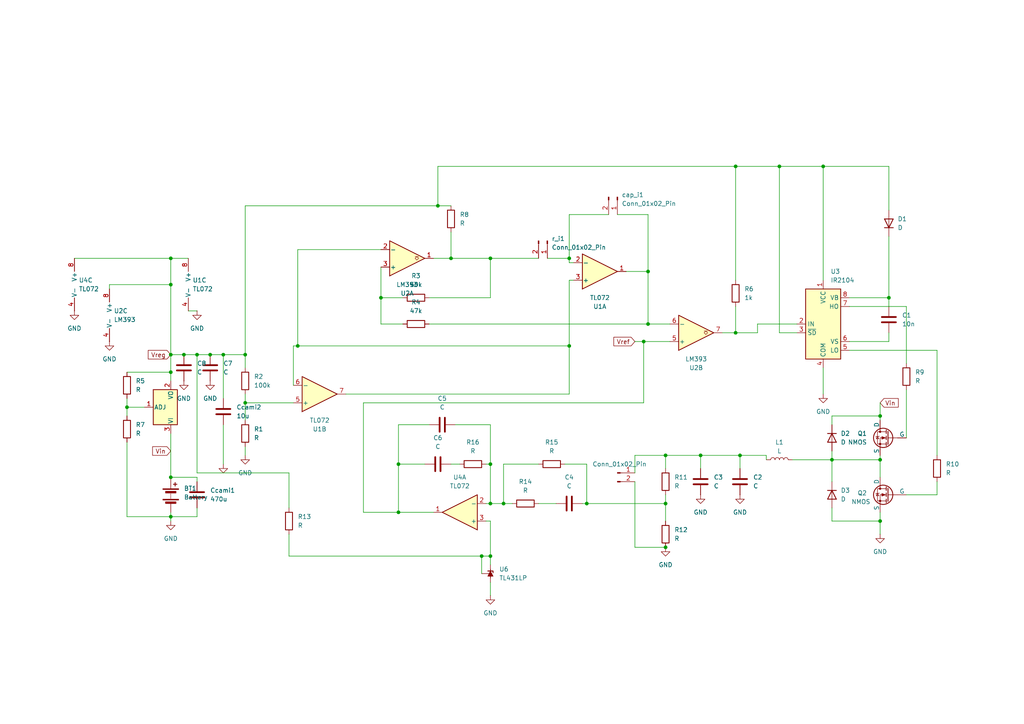
<source format=kicad_sch>
(kicad_sch
	(version 20250114)
	(generator "eeschema")
	(generator_version "9.0")
	(uuid "17eee627-bc3f-46bd-a929-8340eabad878")
	(paper "A4")
	(lib_symbols
		(symbol "Amplifier_Operational:TL072"
			(pin_names
				(offset 0.127)
			)
			(exclude_from_sim no)
			(in_bom yes)
			(on_board yes)
			(property "Reference" "U"
				(at 0 5.08 0)
				(effects
					(font
						(size 1.27 1.27)
					)
					(justify left)
				)
			)
			(property "Value" "TL072"
				(at 0 -5.08 0)
				(effects
					(font
						(size 1.27 1.27)
					)
					(justify left)
				)
			)
			(property "Footprint" ""
				(at 0 0 0)
				(effects
					(font
						(size 1.27 1.27)
					)
					(hide yes)
				)
			)
			(property "Datasheet" "http://www.ti.com/lit/ds/symlink/tl071.pdf"
				(at 0 0 0)
				(effects
					(font
						(size 1.27 1.27)
					)
					(hide yes)
				)
			)
			(property "Description" "Dual Low-Noise JFET-Input Operational Amplifiers, DIP-8/SOIC-8"
				(at 0 0 0)
				(effects
					(font
						(size 1.27 1.27)
					)
					(hide yes)
				)
			)
			(property "ki_locked" ""
				(at 0 0 0)
				(effects
					(font
						(size 1.27 1.27)
					)
				)
			)
			(property "ki_keywords" "dual opamp"
				(at 0 0 0)
				(effects
					(font
						(size 1.27 1.27)
					)
					(hide yes)
				)
			)
			(property "ki_fp_filters" "SOIC*3.9x4.9mm*P1.27mm* DIP*W7.62mm* TO*99* OnSemi*Micro8* TSSOP*3x3mm*P0.65mm* TSSOP*4.4x3mm*P0.65mm* MSOP*3x3mm*P0.65mm* SSOP*3.9x4.9mm*P0.635mm* LFCSP*2x2mm*P0.5mm* *SIP* SOIC*5.3x6.2mm*P1.27mm*"
				(at 0 0 0)
				(effects
					(font
						(size 1.27 1.27)
					)
					(hide yes)
				)
			)
			(symbol "TL072_1_1"
				(polyline
					(pts
						(xy -5.08 5.08) (xy 5.08 0) (xy -5.08 -5.08) (xy -5.08 5.08)
					)
					(stroke
						(width 0.254)
						(type default)
					)
					(fill
						(type background)
					)
				)
				(pin input line
					(at -7.62 2.54 0)
					(length 2.54)
					(name "+"
						(effects
							(font
								(size 1.27 1.27)
							)
						)
					)
					(number "3"
						(effects
							(font
								(size 1.27 1.27)
							)
						)
					)
				)
				(pin input line
					(at -7.62 -2.54 0)
					(length 2.54)
					(name "-"
						(effects
							(font
								(size 1.27 1.27)
							)
						)
					)
					(number "2"
						(effects
							(font
								(size 1.27 1.27)
							)
						)
					)
				)
				(pin output line
					(at 7.62 0 180)
					(length 2.54)
					(name "~"
						(effects
							(font
								(size 1.27 1.27)
							)
						)
					)
					(number "1"
						(effects
							(font
								(size 1.27 1.27)
							)
						)
					)
				)
			)
			(symbol "TL072_2_1"
				(polyline
					(pts
						(xy -5.08 5.08) (xy 5.08 0) (xy -5.08 -5.08) (xy -5.08 5.08)
					)
					(stroke
						(width 0.254)
						(type default)
					)
					(fill
						(type background)
					)
				)
				(pin input line
					(at -7.62 2.54 0)
					(length 2.54)
					(name "+"
						(effects
							(font
								(size 1.27 1.27)
							)
						)
					)
					(number "5"
						(effects
							(font
								(size 1.27 1.27)
							)
						)
					)
				)
				(pin input line
					(at -7.62 -2.54 0)
					(length 2.54)
					(name "-"
						(effects
							(font
								(size 1.27 1.27)
							)
						)
					)
					(number "6"
						(effects
							(font
								(size 1.27 1.27)
							)
						)
					)
				)
				(pin output line
					(at 7.62 0 180)
					(length 2.54)
					(name "~"
						(effects
							(font
								(size 1.27 1.27)
							)
						)
					)
					(number "7"
						(effects
							(font
								(size 1.27 1.27)
							)
						)
					)
				)
			)
			(symbol "TL072_3_1"
				(pin power_in line
					(at -2.54 7.62 270)
					(length 3.81)
					(name "V+"
						(effects
							(font
								(size 1.27 1.27)
							)
						)
					)
					(number "8"
						(effects
							(font
								(size 1.27 1.27)
							)
						)
					)
				)
				(pin power_in line
					(at -2.54 -7.62 90)
					(length 3.81)
					(name "V-"
						(effects
							(font
								(size 1.27 1.27)
							)
						)
					)
					(number "4"
						(effects
							(font
								(size 1.27 1.27)
							)
						)
					)
				)
			)
			(embedded_fonts no)
		)
		(symbol "Comparator:LM393"
			(pin_names
				(offset 0.127)
			)
			(exclude_from_sim no)
			(in_bom yes)
			(on_board yes)
			(property "Reference" "U"
				(at 3.81 3.81 0)
				(effects
					(font
						(size 1.27 1.27)
					)
				)
			)
			(property "Value" "LM393"
				(at 6.35 -3.81 0)
				(effects
					(font
						(size 1.27 1.27)
					)
				)
			)
			(property "Footprint" ""
				(at 0 0 0)
				(effects
					(font
						(size 1.27 1.27)
					)
					(hide yes)
				)
			)
			(property "Datasheet" "http://www.ti.com/lit/ds/symlink/lm393.pdf"
				(at 0 0 0)
				(effects
					(font
						(size 1.27 1.27)
					)
					(hide yes)
				)
			)
			(property "Description" "Low-Power, Low-Offset Voltage, Dual Comparators, DIP-8/SOIC-8/TO-99-8"
				(at 0 0 0)
				(effects
					(font
						(size 1.27 1.27)
					)
					(hide yes)
				)
			)
			(property "ki_locked" ""
				(at 0 0 0)
				(effects
					(font
						(size 1.27 1.27)
					)
				)
			)
			(property "ki_keywords" "cmp open collector"
				(at 0 0 0)
				(effects
					(font
						(size 1.27 1.27)
					)
					(hide yes)
				)
			)
			(property "ki_fp_filters" "SOIC*3.9x4.9mm*P1.27mm* DIP*W7.62mm* SOP*5.28x5.23mm*P1.27mm* VSSOP*3x3mm*P0.65mm* TSSOP*4.4x3mm*P0.65mm*"
				(at 0 0 0)
				(effects
					(font
						(size 1.27 1.27)
					)
					(hide yes)
				)
			)
			(symbol "LM393_1_1"
				(polyline
					(pts
						(xy -5.08 5.08) (xy 5.08 0) (xy -5.08 -5.08) (xy -5.08 5.08)
					)
					(stroke
						(width 0.254)
						(type default)
					)
					(fill
						(type background)
					)
				)
				(polyline
					(pts
						(xy 3.302 -0.508) (xy 2.794 -0.508) (xy 3.302 0) (xy 2.794 0.508) (xy 2.286 0) (xy 2.794 -0.508)
						(xy 2.286 -0.508)
					)
					(stroke
						(width 0.127)
						(type default)
					)
					(fill
						(type none)
					)
				)
				(pin input line
					(at -7.62 2.54 0)
					(length 2.54)
					(name "+"
						(effects
							(font
								(size 1.27 1.27)
							)
						)
					)
					(number "3"
						(effects
							(font
								(size 1.27 1.27)
							)
						)
					)
				)
				(pin input line
					(at -7.62 -2.54 0)
					(length 2.54)
					(name "-"
						(effects
							(font
								(size 1.27 1.27)
							)
						)
					)
					(number "2"
						(effects
							(font
								(size 1.27 1.27)
							)
						)
					)
				)
				(pin open_collector line
					(at 7.62 0 180)
					(length 2.54)
					(name "~"
						(effects
							(font
								(size 1.27 1.27)
							)
						)
					)
					(number "1"
						(effects
							(font
								(size 1.27 1.27)
							)
						)
					)
				)
			)
			(symbol "LM393_2_1"
				(polyline
					(pts
						(xy -5.08 5.08) (xy 5.08 0) (xy -5.08 -5.08) (xy -5.08 5.08)
					)
					(stroke
						(width 0.254)
						(type default)
					)
					(fill
						(type background)
					)
				)
				(polyline
					(pts
						(xy 3.302 -0.508) (xy 2.794 -0.508) (xy 3.302 0) (xy 2.794 0.508) (xy 2.286 0) (xy 2.794 -0.508)
						(xy 2.286 -0.508)
					)
					(stroke
						(width 0.127)
						(type default)
					)
					(fill
						(type none)
					)
				)
				(pin input line
					(at -7.62 2.54 0)
					(length 2.54)
					(name "+"
						(effects
							(font
								(size 1.27 1.27)
							)
						)
					)
					(number "5"
						(effects
							(font
								(size 1.27 1.27)
							)
						)
					)
				)
				(pin input line
					(at -7.62 -2.54 0)
					(length 2.54)
					(name "-"
						(effects
							(font
								(size 1.27 1.27)
							)
						)
					)
					(number "6"
						(effects
							(font
								(size 1.27 1.27)
							)
						)
					)
				)
				(pin open_collector line
					(at 7.62 0 180)
					(length 2.54)
					(name "~"
						(effects
							(font
								(size 1.27 1.27)
							)
						)
					)
					(number "7"
						(effects
							(font
								(size 1.27 1.27)
							)
						)
					)
				)
			)
			(symbol "LM393_3_1"
				(pin power_in line
					(at -2.54 7.62 270)
					(length 3.81)
					(name "V+"
						(effects
							(font
								(size 1.27 1.27)
							)
						)
					)
					(number "8"
						(effects
							(font
								(size 1.27 1.27)
							)
						)
					)
				)
				(pin power_in line
					(at -2.54 -7.62 90)
					(length 3.81)
					(name "V-"
						(effects
							(font
								(size 1.27 1.27)
							)
						)
					)
					(number "4"
						(effects
							(font
								(size 1.27 1.27)
							)
						)
					)
				)
			)
			(embedded_fonts no)
		)
		(symbol "Connector:Conn_01x02_Pin"
			(pin_names
				(offset 1.016)
				(hide yes)
			)
			(exclude_from_sim no)
			(in_bom yes)
			(on_board yes)
			(property "Reference" "J"
				(at 0 2.54 0)
				(effects
					(font
						(size 1.27 1.27)
					)
				)
			)
			(property "Value" "Conn_01x02_Pin"
				(at 0 -5.08 0)
				(effects
					(font
						(size 1.27 1.27)
					)
				)
			)
			(property "Footprint" ""
				(at 0 0 0)
				(effects
					(font
						(size 1.27 1.27)
					)
					(hide yes)
				)
			)
			(property "Datasheet" "~"
				(at 0 0 0)
				(effects
					(font
						(size 1.27 1.27)
					)
					(hide yes)
				)
			)
			(property "Description" "Generic connector, single row, 01x02, script generated"
				(at 0 0 0)
				(effects
					(font
						(size 1.27 1.27)
					)
					(hide yes)
				)
			)
			(property "ki_locked" ""
				(at 0 0 0)
				(effects
					(font
						(size 1.27 1.27)
					)
				)
			)
			(property "ki_keywords" "connector"
				(at 0 0 0)
				(effects
					(font
						(size 1.27 1.27)
					)
					(hide yes)
				)
			)
			(property "ki_fp_filters" "Connector*:*_1x??_*"
				(at 0 0 0)
				(effects
					(font
						(size 1.27 1.27)
					)
					(hide yes)
				)
			)
			(symbol "Conn_01x02_Pin_1_1"
				(rectangle
					(start 0.8636 0.127)
					(end 0 -0.127)
					(stroke
						(width 0.1524)
						(type default)
					)
					(fill
						(type outline)
					)
				)
				(rectangle
					(start 0.8636 -2.413)
					(end 0 -2.667)
					(stroke
						(width 0.1524)
						(type default)
					)
					(fill
						(type outline)
					)
				)
				(polyline
					(pts
						(xy 1.27 0) (xy 0.8636 0)
					)
					(stroke
						(width 0.1524)
						(type default)
					)
					(fill
						(type none)
					)
				)
				(polyline
					(pts
						(xy 1.27 -2.54) (xy 0.8636 -2.54)
					)
					(stroke
						(width 0.1524)
						(type default)
					)
					(fill
						(type none)
					)
				)
				(pin passive line
					(at 5.08 0 180)
					(length 3.81)
					(name "Pin_1"
						(effects
							(font
								(size 1.27 1.27)
							)
						)
					)
					(number "1"
						(effects
							(font
								(size 1.27 1.27)
							)
						)
					)
				)
				(pin passive line
					(at 5.08 -2.54 180)
					(length 3.81)
					(name "Pin_2"
						(effects
							(font
								(size 1.27 1.27)
							)
						)
					)
					(number "2"
						(effects
							(font
								(size 1.27 1.27)
							)
						)
					)
				)
			)
			(embedded_fonts no)
		)
		(symbol "Device:Battery"
			(pin_numbers
				(hide yes)
			)
			(pin_names
				(offset 0)
				(hide yes)
			)
			(exclude_from_sim no)
			(in_bom yes)
			(on_board yes)
			(property "Reference" "BT"
				(at 2.54 2.54 0)
				(effects
					(font
						(size 1.27 1.27)
					)
					(justify left)
				)
			)
			(property "Value" "Battery"
				(at 2.54 0 0)
				(effects
					(font
						(size 1.27 1.27)
					)
					(justify left)
				)
			)
			(property "Footprint" ""
				(at 0 1.524 90)
				(effects
					(font
						(size 1.27 1.27)
					)
					(hide yes)
				)
			)
			(property "Datasheet" "~"
				(at 0 1.524 90)
				(effects
					(font
						(size 1.27 1.27)
					)
					(hide yes)
				)
			)
			(property "Description" "Multiple-cell battery"
				(at 0 0 0)
				(effects
					(font
						(size 1.27 1.27)
					)
					(hide yes)
				)
			)
			(property "ki_keywords" "batt voltage-source cell"
				(at 0 0 0)
				(effects
					(font
						(size 1.27 1.27)
					)
					(hide yes)
				)
			)
			(symbol "Battery_0_1"
				(rectangle
					(start -2.286 1.778)
					(end 2.286 1.524)
					(stroke
						(width 0)
						(type default)
					)
					(fill
						(type outline)
					)
				)
				(rectangle
					(start -2.286 -1.27)
					(end 2.286 -1.524)
					(stroke
						(width 0)
						(type default)
					)
					(fill
						(type outline)
					)
				)
				(rectangle
					(start -1.524 1.016)
					(end 1.524 0.508)
					(stroke
						(width 0)
						(type default)
					)
					(fill
						(type outline)
					)
				)
				(rectangle
					(start -1.524 -2.032)
					(end 1.524 -2.54)
					(stroke
						(width 0)
						(type default)
					)
					(fill
						(type outline)
					)
				)
				(polyline
					(pts
						(xy 0 1.778) (xy 0 2.54)
					)
					(stroke
						(width 0)
						(type default)
					)
					(fill
						(type none)
					)
				)
				(polyline
					(pts
						(xy 0 0) (xy 0 0.254)
					)
					(stroke
						(width 0)
						(type default)
					)
					(fill
						(type none)
					)
				)
				(polyline
					(pts
						(xy 0 -0.508) (xy 0 -0.254)
					)
					(stroke
						(width 0)
						(type default)
					)
					(fill
						(type none)
					)
				)
				(polyline
					(pts
						(xy 0 -1.016) (xy 0 -0.762)
					)
					(stroke
						(width 0)
						(type default)
					)
					(fill
						(type none)
					)
				)
				(polyline
					(pts
						(xy 0.762 3.048) (xy 1.778 3.048)
					)
					(stroke
						(width 0.254)
						(type default)
					)
					(fill
						(type none)
					)
				)
				(polyline
					(pts
						(xy 1.27 3.556) (xy 1.27 2.54)
					)
					(stroke
						(width 0.254)
						(type default)
					)
					(fill
						(type none)
					)
				)
			)
			(symbol "Battery_1_1"
				(pin passive line
					(at 0 5.08 270)
					(length 2.54)
					(name "+"
						(effects
							(font
								(size 1.27 1.27)
							)
						)
					)
					(number "1"
						(effects
							(font
								(size 1.27 1.27)
							)
						)
					)
				)
				(pin passive line
					(at 0 -5.08 90)
					(length 2.54)
					(name "-"
						(effects
							(font
								(size 1.27 1.27)
							)
						)
					)
					(number "2"
						(effects
							(font
								(size 1.27 1.27)
							)
						)
					)
				)
			)
			(embedded_fonts no)
		)
		(symbol "Device:C"
			(pin_numbers
				(hide yes)
			)
			(pin_names
				(offset 0.254)
			)
			(exclude_from_sim no)
			(in_bom yes)
			(on_board yes)
			(property "Reference" "C"
				(at 0.635 2.54 0)
				(effects
					(font
						(size 1.27 1.27)
					)
					(justify left)
				)
			)
			(property "Value" "C"
				(at 0.635 -2.54 0)
				(effects
					(font
						(size 1.27 1.27)
					)
					(justify left)
				)
			)
			(property "Footprint" ""
				(at 0.9652 -3.81 0)
				(effects
					(font
						(size 1.27 1.27)
					)
					(hide yes)
				)
			)
			(property "Datasheet" "~"
				(at 0 0 0)
				(effects
					(font
						(size 1.27 1.27)
					)
					(hide yes)
				)
			)
			(property "Description" "Unpolarized capacitor"
				(at 0 0 0)
				(effects
					(font
						(size 1.27 1.27)
					)
					(hide yes)
				)
			)
			(property "ki_keywords" "cap capacitor"
				(at 0 0 0)
				(effects
					(font
						(size 1.27 1.27)
					)
					(hide yes)
				)
			)
			(property "ki_fp_filters" "C_*"
				(at 0 0 0)
				(effects
					(font
						(size 1.27 1.27)
					)
					(hide yes)
				)
			)
			(symbol "C_0_1"
				(polyline
					(pts
						(xy -2.032 0.762) (xy 2.032 0.762)
					)
					(stroke
						(width 0.508)
						(type default)
					)
					(fill
						(type none)
					)
				)
				(polyline
					(pts
						(xy -2.032 -0.762) (xy 2.032 -0.762)
					)
					(stroke
						(width 0.508)
						(type default)
					)
					(fill
						(type none)
					)
				)
			)
			(symbol "C_1_1"
				(pin passive line
					(at 0 3.81 270)
					(length 2.794)
					(name "~"
						(effects
							(font
								(size 1.27 1.27)
							)
						)
					)
					(number "1"
						(effects
							(font
								(size 1.27 1.27)
							)
						)
					)
				)
				(pin passive line
					(at 0 -3.81 90)
					(length 2.794)
					(name "~"
						(effects
							(font
								(size 1.27 1.27)
							)
						)
					)
					(number "2"
						(effects
							(font
								(size 1.27 1.27)
							)
						)
					)
				)
			)
			(embedded_fonts no)
		)
		(symbol "Device:D"
			(pin_numbers
				(hide yes)
			)
			(pin_names
				(offset 1.016)
				(hide yes)
			)
			(exclude_from_sim no)
			(in_bom yes)
			(on_board yes)
			(property "Reference" "D"
				(at 0 2.54 0)
				(effects
					(font
						(size 1.27 1.27)
					)
				)
			)
			(property "Value" "D"
				(at 0 -2.54 0)
				(effects
					(font
						(size 1.27 1.27)
					)
				)
			)
			(property "Footprint" ""
				(at 0 0 0)
				(effects
					(font
						(size 1.27 1.27)
					)
					(hide yes)
				)
			)
			(property "Datasheet" "~"
				(at 0 0 0)
				(effects
					(font
						(size 1.27 1.27)
					)
					(hide yes)
				)
			)
			(property "Description" "Diode"
				(at 0 0 0)
				(effects
					(font
						(size 1.27 1.27)
					)
					(hide yes)
				)
			)
			(property "Sim.Device" "D"
				(at 0 0 0)
				(effects
					(font
						(size 1.27 1.27)
					)
					(hide yes)
				)
			)
			(property "Sim.Pins" "1=K 2=A"
				(at 0 0 0)
				(effects
					(font
						(size 1.27 1.27)
					)
					(hide yes)
				)
			)
			(property "ki_keywords" "diode"
				(at 0 0 0)
				(effects
					(font
						(size 1.27 1.27)
					)
					(hide yes)
				)
			)
			(property "ki_fp_filters" "TO-???* *_Diode_* *SingleDiode* D_*"
				(at 0 0 0)
				(effects
					(font
						(size 1.27 1.27)
					)
					(hide yes)
				)
			)
			(symbol "D_0_1"
				(polyline
					(pts
						(xy -1.27 1.27) (xy -1.27 -1.27)
					)
					(stroke
						(width 0.254)
						(type default)
					)
					(fill
						(type none)
					)
				)
				(polyline
					(pts
						(xy 1.27 1.27) (xy 1.27 -1.27) (xy -1.27 0) (xy 1.27 1.27)
					)
					(stroke
						(width 0.254)
						(type default)
					)
					(fill
						(type none)
					)
				)
				(polyline
					(pts
						(xy 1.27 0) (xy -1.27 0)
					)
					(stroke
						(width 0)
						(type default)
					)
					(fill
						(type none)
					)
				)
			)
			(symbol "D_1_1"
				(pin passive line
					(at -3.81 0 0)
					(length 2.54)
					(name "K"
						(effects
							(font
								(size 1.27 1.27)
							)
						)
					)
					(number "1"
						(effects
							(font
								(size 1.27 1.27)
							)
						)
					)
				)
				(pin passive line
					(at 3.81 0 180)
					(length 2.54)
					(name "A"
						(effects
							(font
								(size 1.27 1.27)
							)
						)
					)
					(number "2"
						(effects
							(font
								(size 1.27 1.27)
							)
						)
					)
				)
			)
			(embedded_fonts no)
		)
		(symbol "Device:L"
			(pin_numbers
				(hide yes)
			)
			(pin_names
				(offset 1.016)
				(hide yes)
			)
			(exclude_from_sim no)
			(in_bom yes)
			(on_board yes)
			(property "Reference" "L"
				(at -1.27 0 90)
				(effects
					(font
						(size 1.27 1.27)
					)
				)
			)
			(property "Value" "L"
				(at 1.905 0 90)
				(effects
					(font
						(size 1.27 1.27)
					)
				)
			)
			(property "Footprint" ""
				(at 0 0 0)
				(effects
					(font
						(size 1.27 1.27)
					)
					(hide yes)
				)
			)
			(property "Datasheet" "~"
				(at 0 0 0)
				(effects
					(font
						(size 1.27 1.27)
					)
					(hide yes)
				)
			)
			(property "Description" "Inductor"
				(at 0 0 0)
				(effects
					(font
						(size 1.27 1.27)
					)
					(hide yes)
				)
			)
			(property "ki_keywords" "inductor choke coil reactor magnetic"
				(at 0 0 0)
				(effects
					(font
						(size 1.27 1.27)
					)
					(hide yes)
				)
			)
			(property "ki_fp_filters" "Choke_* *Coil* Inductor_* L_*"
				(at 0 0 0)
				(effects
					(font
						(size 1.27 1.27)
					)
					(hide yes)
				)
			)
			(symbol "L_0_1"
				(arc
					(start 0 2.54)
					(mid 0.6323 1.905)
					(end 0 1.27)
					(stroke
						(width 0)
						(type default)
					)
					(fill
						(type none)
					)
				)
				(arc
					(start 0 1.27)
					(mid 0.6323 0.635)
					(end 0 0)
					(stroke
						(width 0)
						(type default)
					)
					(fill
						(type none)
					)
				)
				(arc
					(start 0 0)
					(mid 0.6323 -0.635)
					(end 0 -1.27)
					(stroke
						(width 0)
						(type default)
					)
					(fill
						(type none)
					)
				)
				(arc
					(start 0 -1.27)
					(mid 0.6323 -1.905)
					(end 0 -2.54)
					(stroke
						(width 0)
						(type default)
					)
					(fill
						(type none)
					)
				)
			)
			(symbol "L_1_1"
				(pin passive line
					(at 0 3.81 270)
					(length 1.27)
					(name "1"
						(effects
							(font
								(size 1.27 1.27)
							)
						)
					)
					(number "1"
						(effects
							(font
								(size 1.27 1.27)
							)
						)
					)
				)
				(pin passive line
					(at 0 -3.81 90)
					(length 1.27)
					(name "2"
						(effects
							(font
								(size 1.27 1.27)
							)
						)
					)
					(number "2"
						(effects
							(font
								(size 1.27 1.27)
							)
						)
					)
				)
			)
			(embedded_fonts no)
		)
		(symbol "Device:R"
			(pin_numbers
				(hide yes)
			)
			(pin_names
				(offset 0)
			)
			(exclude_from_sim no)
			(in_bom yes)
			(on_board yes)
			(property "Reference" "R"
				(at 2.032 0 90)
				(effects
					(font
						(size 1.27 1.27)
					)
				)
			)
			(property "Value" "R"
				(at 0 0 90)
				(effects
					(font
						(size 1.27 1.27)
					)
				)
			)
			(property "Footprint" ""
				(at -1.778 0 90)
				(effects
					(font
						(size 1.27 1.27)
					)
					(hide yes)
				)
			)
			(property "Datasheet" "~"
				(at 0 0 0)
				(effects
					(font
						(size 1.27 1.27)
					)
					(hide yes)
				)
			)
			(property "Description" "Resistor"
				(at 0 0 0)
				(effects
					(font
						(size 1.27 1.27)
					)
					(hide yes)
				)
			)
			(property "ki_keywords" "R res resistor"
				(at 0 0 0)
				(effects
					(font
						(size 1.27 1.27)
					)
					(hide yes)
				)
			)
			(property "ki_fp_filters" "R_*"
				(at 0 0 0)
				(effects
					(font
						(size 1.27 1.27)
					)
					(hide yes)
				)
			)
			(symbol "R_0_1"
				(rectangle
					(start -1.016 -2.54)
					(end 1.016 2.54)
					(stroke
						(width 0.254)
						(type default)
					)
					(fill
						(type none)
					)
				)
			)
			(symbol "R_1_1"
				(pin passive line
					(at 0 3.81 270)
					(length 1.27)
					(name "~"
						(effects
							(font
								(size 1.27 1.27)
							)
						)
					)
					(number "1"
						(effects
							(font
								(size 1.27 1.27)
							)
						)
					)
				)
				(pin passive line
					(at 0 -3.81 90)
					(length 1.27)
					(name "~"
						(effects
							(font
								(size 1.27 1.27)
							)
						)
					)
					(number "2"
						(effects
							(font
								(size 1.27 1.27)
							)
						)
					)
				)
			)
			(embedded_fonts no)
		)
		(symbol "Driver_FET:IR2104"
			(exclude_from_sim no)
			(in_bom yes)
			(on_board yes)
			(property "Reference" "U"
				(at 1.27 13.335 0)
				(effects
					(font
						(size 1.27 1.27)
					)
					(justify left)
				)
			)
			(property "Value" "IR2104"
				(at 1.27 11.43 0)
				(effects
					(font
						(size 1.27 1.27)
					)
					(justify left)
				)
			)
			(property "Footprint" ""
				(at 0 0 0)
				(effects
					(font
						(size 1.27 1.27)
						(italic yes)
					)
					(hide yes)
				)
			)
			(property "Datasheet" "https://www.infineon.com/dgdl/ir2104.pdf?fileId=5546d462533600a4015355c7c1c31671"
				(at 0 0 0)
				(effects
					(font
						(size 1.27 1.27)
					)
					(hide yes)
				)
			)
			(property "Description" "Half-Bridge Driver, 600V, 210/360mA, PDIP-8/SOIC-8"
				(at 0 0 0)
				(effects
					(font
						(size 1.27 1.27)
					)
					(hide yes)
				)
			)
			(property "ki_keywords" "Gate Driver"
				(at 0 0 0)
				(effects
					(font
						(size 1.27 1.27)
					)
					(hide yes)
				)
			)
			(property "ki_fp_filters" "SOIC*3.9x4.9mm*P1.27mm* DIP*W7.62mm*"
				(at 0 0 0)
				(effects
					(font
						(size 1.27 1.27)
					)
					(hide yes)
				)
			)
			(symbol "IR2104_0_1"
				(rectangle
					(start -5.08 -10.16)
					(end 5.08 10.16)
					(stroke
						(width 0.254)
						(type default)
					)
					(fill
						(type background)
					)
				)
			)
			(symbol "IR2104_1_1"
				(pin input line
					(at -7.62 0 0)
					(length 2.54)
					(name "IN"
						(effects
							(font
								(size 1.27 1.27)
							)
						)
					)
					(number "2"
						(effects
							(font
								(size 1.27 1.27)
							)
						)
					)
				)
				(pin input line
					(at -7.62 -2.54 0)
					(length 2.54)
					(name "~{SD}"
						(effects
							(font
								(size 1.27 1.27)
							)
						)
					)
					(number "3"
						(effects
							(font
								(size 1.27 1.27)
							)
						)
					)
				)
				(pin power_in line
					(at 0 12.7 270)
					(length 2.54)
					(name "VCC"
						(effects
							(font
								(size 1.27 1.27)
							)
						)
					)
					(number "1"
						(effects
							(font
								(size 1.27 1.27)
							)
						)
					)
				)
				(pin power_in line
					(at 0 -12.7 90)
					(length 2.54)
					(name "COM"
						(effects
							(font
								(size 1.27 1.27)
							)
						)
					)
					(number "4"
						(effects
							(font
								(size 1.27 1.27)
							)
						)
					)
				)
				(pin passive line
					(at 7.62 7.62 180)
					(length 2.54)
					(name "VB"
						(effects
							(font
								(size 1.27 1.27)
							)
						)
					)
					(number "8"
						(effects
							(font
								(size 1.27 1.27)
							)
						)
					)
				)
				(pin output line
					(at 7.62 5.08 180)
					(length 2.54)
					(name "HO"
						(effects
							(font
								(size 1.27 1.27)
							)
						)
					)
					(number "7"
						(effects
							(font
								(size 1.27 1.27)
							)
						)
					)
				)
				(pin passive line
					(at 7.62 -5.08 180)
					(length 2.54)
					(name "VS"
						(effects
							(font
								(size 1.27 1.27)
							)
						)
					)
					(number "6"
						(effects
							(font
								(size 1.27 1.27)
							)
						)
					)
				)
				(pin output line
					(at 7.62 -7.62 180)
					(length 2.54)
					(name "LO"
						(effects
							(font
								(size 1.27 1.27)
							)
						)
					)
					(number "5"
						(effects
							(font
								(size 1.27 1.27)
							)
						)
					)
				)
			)
			(embedded_fonts no)
		)
		(symbol "Reference_Voltage:TL431LP"
			(pin_numbers
				(hide yes)
			)
			(pin_names
				(hide yes)
			)
			(exclude_from_sim no)
			(in_bom yes)
			(on_board yes)
			(property "Reference" "U"
				(at -2.54 2.54 0)
				(effects
					(font
						(size 1.27 1.27)
					)
				)
			)
			(property "Value" "TL431LP"
				(at 0 -2.54 0)
				(effects
					(font
						(size 1.27 1.27)
					)
				)
			)
			(property "Footprint" "Package_TO_SOT_THT:TO-92_Inline"
				(at 0 -4.826 0)
				(effects
					(font
						(size 1.27 1.27)
						(italic yes)
					)
					(hide yes)
				)
			)
			(property "Datasheet" "http://www.ti.com/lit/ds/symlink/tl431.pdf"
				(at 0.508 -7.112 0)
				(effects
					(font
						(size 1.27 1.27)
						(italic yes)
					)
					(hide yes)
				)
			)
			(property "Description" "Shunt Regulator, TO-92"
				(at 0 -8.89 0)
				(effects
					(font
						(size 1.27 1.27)
					)
					(hide yes)
				)
			)
			(property "ki_keywords" "diode device regulator shunt"
				(at 0 0 0)
				(effects
					(font
						(size 1.27 1.27)
					)
					(hide yes)
				)
			)
			(property "ki_fp_filters" "TO*92*"
				(at 0 0 0)
				(effects
					(font
						(size 1.27 1.27)
					)
					(hide yes)
				)
			)
			(symbol "TL431LP_0_1"
				(polyline
					(pts
						(xy -1.27 0) (xy 0 0) (xy 1.27 0)
					)
					(stroke
						(width 0)
						(type default)
					)
					(fill
						(type none)
					)
				)
				(polyline
					(pts
						(xy -0.762 -0.762) (xy -0.762 0.762) (xy 0.762 0) (xy -0.762 -0.762)
					)
					(stroke
						(width 0)
						(type default)
					)
					(fill
						(type outline)
					)
				)
				(polyline
					(pts
						(xy 0.254 -0.762) (xy 0.762 -0.762) (xy 0.762 0.762) (xy 0.762 0.762)
					)
					(stroke
						(width 0.254)
						(type default)
					)
					(fill
						(type none)
					)
				)
			)
			(symbol "TL431LP_1_1"
				(pin passive line
					(at -2.54 0 0)
					(length 2.54)
					(name "A"
						(effects
							(font
								(size 1.27 1.27)
							)
						)
					)
					(number "2"
						(effects
							(font
								(size 1.27 1.27)
							)
						)
					)
				)
				(pin passive line
					(at 0 2.54 270)
					(length 2.54)
					(name "REF"
						(effects
							(font
								(size 1.27 1.27)
							)
						)
					)
					(number "1"
						(effects
							(font
								(size 1.27 1.27)
							)
						)
					)
				)
				(pin passive line
					(at 2.54 0 180)
					(length 2.54)
					(name "K"
						(effects
							(font
								(size 1.27 1.27)
							)
						)
					)
					(number "3"
						(effects
							(font
								(size 1.27 1.27)
							)
						)
					)
				)
			)
			(embedded_fonts no)
		)
		(symbol "Regulator_Linear:LM317L_SOT-89"
			(pin_names
				(offset 0.254)
			)
			(exclude_from_sim no)
			(in_bom yes)
			(on_board yes)
			(property "Reference" "U"
				(at -3.81 3.175 0)
				(effects
					(font
						(size 1.27 1.27)
					)
				)
			)
			(property "Value" "LM317L_SOT-89"
				(at 0 3.175 0)
				(effects
					(font
						(size 1.27 1.27)
					)
					(justify left)
				)
			)
			(property "Footprint" "Package_TO_SOT_SMD:SOT-89-3"
				(at 0 6.35 0)
				(effects
					(font
						(size 1.27 1.27)
						(italic yes)
					)
					(hide yes)
				)
			)
			(property "Datasheet" "http://www.ti.com/lit/ds/symlink/lm317l.pdf"
				(at 0 0 0)
				(effects
					(font
						(size 1.27 1.27)
					)
					(hide yes)
				)
			)
			(property "Description" "100mA 35V Adjustable Linear Regulator, SOT-89"
				(at 0 0 0)
				(effects
					(font
						(size 1.27 1.27)
					)
					(hide yes)
				)
			)
			(property "ki_keywords" "Adjustable Voltage Regulator 1A Positive"
				(at 0 0 0)
				(effects
					(font
						(size 1.27 1.27)
					)
					(hide yes)
				)
			)
			(property "ki_fp_filters" "SOT?89*"
				(at 0 0 0)
				(effects
					(font
						(size 1.27 1.27)
					)
					(hide yes)
				)
			)
			(symbol "LM317L_SOT-89_0_1"
				(rectangle
					(start -5.08 1.905)
					(end 5.08 -5.08)
					(stroke
						(width 0.254)
						(type default)
					)
					(fill
						(type background)
					)
				)
			)
			(symbol "LM317L_SOT-89_1_1"
				(pin power_in line
					(at -7.62 0 0)
					(length 2.54)
					(name "VI"
						(effects
							(font
								(size 1.27 1.27)
							)
						)
					)
					(number "3"
						(effects
							(font
								(size 1.27 1.27)
							)
						)
					)
				)
				(pin input line
					(at 0 -7.62 90)
					(length 2.54)
					(name "ADJ"
						(effects
							(font
								(size 1.27 1.27)
							)
						)
					)
					(number "1"
						(effects
							(font
								(size 1.27 1.27)
							)
						)
					)
				)
				(pin power_out line
					(at 7.62 0 180)
					(length 2.54)
					(name "VO"
						(effects
							(font
								(size 1.27 1.27)
							)
						)
					)
					(number "2"
						(effects
							(font
								(size 1.27 1.27)
							)
						)
					)
				)
			)
			(embedded_fonts no)
		)
		(symbol "Simulation_SPICE:NMOS"
			(pin_numbers
				(hide yes)
			)
			(pin_names
				(offset 0)
			)
			(exclude_from_sim no)
			(in_bom yes)
			(on_board yes)
			(property "Reference" "Q"
				(at 5.08 1.27 0)
				(effects
					(font
						(size 1.27 1.27)
					)
					(justify left)
				)
			)
			(property "Value" "NMOS"
				(at 5.08 -1.27 0)
				(effects
					(font
						(size 1.27 1.27)
					)
					(justify left)
				)
			)
			(property "Footprint" ""
				(at 5.08 2.54 0)
				(effects
					(font
						(size 1.27 1.27)
					)
					(hide yes)
				)
			)
			(property "Datasheet" "https://ngspice.sourceforge.io/docs/ngspice-html-manual/manual.xhtml#cha_MOSFETs"
				(at 0 -12.7 0)
				(effects
					(font
						(size 1.27 1.27)
					)
					(hide yes)
				)
			)
			(property "Description" "N-MOSFET transistor, drain/source/gate"
				(at 0 0 0)
				(effects
					(font
						(size 1.27 1.27)
					)
					(hide yes)
				)
			)
			(property "Sim.Device" "NMOS"
				(at 0 -17.145 0)
				(effects
					(font
						(size 1.27 1.27)
					)
					(hide yes)
				)
			)
			(property "Sim.Type" "VDMOS"
				(at 0 -19.05 0)
				(effects
					(font
						(size 1.27 1.27)
					)
					(hide yes)
				)
			)
			(property "Sim.Pins" "1=D 2=G 3=S"
				(at 0 -15.24 0)
				(effects
					(font
						(size 1.27 1.27)
					)
					(hide yes)
				)
			)
			(property "ki_keywords" "transistor NMOS N-MOS N-MOSFET simulation"
				(at 0 0 0)
				(effects
					(font
						(size 1.27 1.27)
					)
					(hide yes)
				)
			)
			(symbol "NMOS_0_1"
				(polyline
					(pts
						(xy 0.254 1.905) (xy 0.254 -1.905)
					)
					(stroke
						(width 0.254)
						(type default)
					)
					(fill
						(type none)
					)
				)
				(polyline
					(pts
						(xy 0.254 0) (xy -2.54 0)
					)
					(stroke
						(width 0)
						(type default)
					)
					(fill
						(type none)
					)
				)
				(polyline
					(pts
						(xy 0.762 2.286) (xy 0.762 1.27)
					)
					(stroke
						(width 0.254)
						(type default)
					)
					(fill
						(type none)
					)
				)
				(polyline
					(pts
						(xy 0.762 0.508) (xy 0.762 -0.508)
					)
					(stroke
						(width 0.254)
						(type default)
					)
					(fill
						(type none)
					)
				)
				(polyline
					(pts
						(xy 0.762 -1.27) (xy 0.762 -2.286)
					)
					(stroke
						(width 0.254)
						(type default)
					)
					(fill
						(type none)
					)
				)
				(polyline
					(pts
						(xy 0.762 -1.778) (xy 3.302 -1.778) (xy 3.302 1.778) (xy 0.762 1.778)
					)
					(stroke
						(width 0)
						(type default)
					)
					(fill
						(type none)
					)
				)
				(polyline
					(pts
						(xy 1.016 0) (xy 2.032 0.381) (xy 2.032 -0.381) (xy 1.016 0)
					)
					(stroke
						(width 0)
						(type default)
					)
					(fill
						(type outline)
					)
				)
				(circle
					(center 1.651 0)
					(radius 2.794)
					(stroke
						(width 0.254)
						(type default)
					)
					(fill
						(type none)
					)
				)
				(polyline
					(pts
						(xy 2.54 2.54) (xy 2.54 1.778)
					)
					(stroke
						(width 0)
						(type default)
					)
					(fill
						(type none)
					)
				)
				(circle
					(center 2.54 1.778)
					(radius 0.254)
					(stroke
						(width 0)
						(type default)
					)
					(fill
						(type outline)
					)
				)
				(circle
					(center 2.54 -1.778)
					(radius 0.254)
					(stroke
						(width 0)
						(type default)
					)
					(fill
						(type outline)
					)
				)
				(polyline
					(pts
						(xy 2.54 -2.54) (xy 2.54 0) (xy 0.762 0)
					)
					(stroke
						(width 0)
						(type default)
					)
					(fill
						(type none)
					)
				)
				(polyline
					(pts
						(xy 2.794 0.508) (xy 2.921 0.381) (xy 3.683 0.381) (xy 3.81 0.254)
					)
					(stroke
						(width 0)
						(type default)
					)
					(fill
						(type none)
					)
				)
				(polyline
					(pts
						(xy 3.302 0.381) (xy 2.921 -0.254) (xy 3.683 -0.254) (xy 3.302 0.381)
					)
					(stroke
						(width 0)
						(type default)
					)
					(fill
						(type none)
					)
				)
			)
			(symbol "NMOS_1_1"
				(pin input line
					(at -5.08 0 0)
					(length 2.54)
					(name "G"
						(effects
							(font
								(size 1.27 1.27)
							)
						)
					)
					(number "2"
						(effects
							(font
								(size 1.27 1.27)
							)
						)
					)
				)
				(pin passive line
					(at 2.54 5.08 270)
					(length 2.54)
					(name "D"
						(effects
							(font
								(size 1.27 1.27)
							)
						)
					)
					(number "1"
						(effects
							(font
								(size 1.27 1.27)
							)
						)
					)
				)
				(pin passive line
					(at 2.54 -5.08 90)
					(length 2.54)
					(name "S"
						(effects
							(font
								(size 1.27 1.27)
							)
						)
					)
					(number "3"
						(effects
							(font
								(size 1.27 1.27)
							)
						)
					)
				)
			)
			(embedded_fonts no)
		)
		(symbol "power:GND"
			(power)
			(pin_numbers
				(hide yes)
			)
			(pin_names
				(offset 0)
				(hide yes)
			)
			(exclude_from_sim no)
			(in_bom yes)
			(on_board yes)
			(property "Reference" "#PWR"
				(at 0 -6.35 0)
				(effects
					(font
						(size 1.27 1.27)
					)
					(hide yes)
				)
			)
			(property "Value" "GND"
				(at 0 -3.81 0)
				(effects
					(font
						(size 1.27 1.27)
					)
				)
			)
			(property "Footprint" ""
				(at 0 0 0)
				(effects
					(font
						(size 1.27 1.27)
					)
					(hide yes)
				)
			)
			(property "Datasheet" ""
				(at 0 0 0)
				(effects
					(font
						(size 1.27 1.27)
					)
					(hide yes)
				)
			)
			(property "Description" "Power symbol creates a global label with name \"GND\" , ground"
				(at 0 0 0)
				(effects
					(font
						(size 1.27 1.27)
					)
					(hide yes)
				)
			)
			(property "ki_keywords" "global power"
				(at 0 0 0)
				(effects
					(font
						(size 1.27 1.27)
					)
					(hide yes)
				)
			)
			(symbol "GND_0_1"
				(polyline
					(pts
						(xy 0 0) (xy 0 -1.27) (xy 1.27 -1.27) (xy 0 -2.54) (xy -1.27 -1.27) (xy 0 -1.27)
					)
					(stroke
						(width 0)
						(type default)
					)
					(fill
						(type none)
					)
				)
			)
			(symbol "GND_1_1"
				(pin power_in line
					(at 0 0 270)
					(length 0)
					(name "~"
						(effects
							(font
								(size 1.27 1.27)
							)
						)
					)
					(number "1"
						(effects
							(font
								(size 1.27 1.27)
							)
						)
					)
				)
			)
			(embedded_fonts no)
		)
	)
	(junction
		(at 193.04 158.75)
		(diameter 0)
		(color 0 0 0 0)
		(uuid "05a32913-c530-42f7-b4c5-feb09a70aab5")
	)
	(junction
		(at 186.69 99.06)
		(diameter 0)
		(color 0 0 0 0)
		(uuid "1f849616-a5b7-402d-90bf-3e3e27b40008")
	)
	(junction
		(at 193.04 132.08)
		(diameter 0)
		(color 0 0 0 0)
		(uuid "20680512-7320-47ec-8011-11f80a7d4822")
	)
	(junction
		(at 115.57 148.59)
		(diameter 0)
		(color 0 0 0 0)
		(uuid "227adeb1-d626-4582-b8d8-166c5b4ef14d")
	)
	(junction
		(at 110.49 86.36)
		(diameter 0)
		(color 0 0 0 0)
		(uuid "231d5919-d8b3-443b-a5f7-76f1899d3b9f")
	)
	(junction
		(at 142.24 134.62)
		(diameter 0)
		(color 0 0 0 0)
		(uuid "24908847-8976-4ecf-9664-05fafd33f1b5")
	)
	(junction
		(at 86.36 100.33)
		(diameter 0)
		(color 0 0 0 0)
		(uuid "27a980d3-f2aa-4896-92a1-562708249a68")
	)
	(junction
		(at 214.63 132.08)
		(diameter 0)
		(color 0 0 0 0)
		(uuid "2b7e4204-f1f5-4f77-82b6-1cb1c85d6a23")
	)
	(junction
		(at 130.81 74.93)
		(diameter 0)
		(color 0 0 0 0)
		(uuid "2bce827f-6057-4d1a-a021-fb42f5d9b44d")
	)
	(junction
		(at 255.27 151.13)
		(diameter 0)
		(color 0 0 0 0)
		(uuid "3061754d-f6a9-4ae5-936a-23e43fec6f92")
	)
	(junction
		(at 49.53 82.55)
		(diameter 0)
		(color 0 0 0 0)
		(uuid "33d65ac8-d78b-43bb-8bf9-eda4a0d2d533")
	)
	(junction
		(at 49.53 107.95)
		(diameter 0)
		(color 0 0 0 0)
		(uuid "395eee30-2bc1-487b-8ae8-b80adf3daa6c")
	)
	(junction
		(at 165.1 74.93)
		(diameter 0)
		(color 0 0 0 0)
		(uuid "3b4f80cc-b4fd-4e96-ade0-4a217b23c7d5")
	)
	(junction
		(at 49.53 138.43)
		(diameter 0)
		(color 0 0 0 0)
		(uuid "3f75feab-51cf-434e-a0d6-867f4c948f90")
	)
	(junction
		(at 36.83 118.11)
		(diameter 0)
		(color 0 0 0 0)
		(uuid "42923418-a088-4b59-9d3b-ac946a353838")
	)
	(junction
		(at 53.34 102.87)
		(diameter 0)
		(color 0 0 0 0)
		(uuid "47c7f050-f5dc-4997-a535-683cf440d8a8")
	)
	(junction
		(at 226.06 48.26)
		(diameter 0)
		(color 0 0 0 0)
		(uuid "4d9c303b-7cff-42b1-87e9-1605d6f14ed4")
	)
	(junction
		(at 57.15 102.87)
		(diameter 0)
		(color 0 0 0 0)
		(uuid "4e22e640-8787-41b9-a134-4227ee560253")
	)
	(junction
		(at 60.96 102.87)
		(diameter 0)
		(color 0 0 0 0)
		(uuid "551f36df-f2d6-4d25-86d3-a6fa678e4260")
	)
	(junction
		(at 187.96 93.98)
		(diameter 0)
		(color 0 0 0 0)
		(uuid "62c311b6-29e9-4f82-bcbd-423b818743ea")
	)
	(junction
		(at 170.18 146.05)
		(diameter 0)
		(color 0 0 0 0)
		(uuid "666b2bdb-c443-4acf-ad6c-f26aad6bb64a")
	)
	(junction
		(at 127 59.69)
		(diameter 0)
		(color 0 0 0 0)
		(uuid "6b8b06e2-9d45-499e-9bc0-2ff0539aaf74")
	)
	(junction
		(at 142.24 146.05)
		(diameter 0)
		(color 0 0 0 0)
		(uuid "70deadc4-3493-4d76-a245-9539db7dd219")
	)
	(junction
		(at 142.24 161.29)
		(diameter 0)
		(color 0 0 0 0)
		(uuid "716926c7-d0b8-4a8a-9a25-52ad54c0e33e")
	)
	(junction
		(at 193.04 146.05)
		(diameter 0)
		(color 0 0 0 0)
		(uuid "76e1255a-8531-463d-8d0d-00751b5c5fc2")
	)
	(junction
		(at 139.7 161.29)
		(diameter 0)
		(color 0 0 0 0)
		(uuid "81033db9-ae10-494a-b63e-5c97dc9d5e07")
	)
	(junction
		(at 187.96 78.74)
		(diameter 0)
		(color 0 0 0 0)
		(uuid "84c10aa2-6e07-49e3-97e9-9d09db9f706a")
	)
	(junction
		(at 255.27 133.35)
		(diameter 0)
		(color 0 0 0 0)
		(uuid "8a6a9460-c4e9-4dec-b4fc-41fd3be54d8e")
	)
	(junction
		(at 241.3 133.35)
		(diameter 0)
		(color 0 0 0 0)
		(uuid "93bcfe30-b538-4f71-bf67-cc43330de63f")
	)
	(junction
		(at 49.53 149.86)
		(diameter 0)
		(color 0 0 0 0)
		(uuid "9a3a684e-cf9a-4c88-ada0-2c11e1e89f2a")
	)
	(junction
		(at 203.2 132.08)
		(diameter 0)
		(color 0 0 0 0)
		(uuid "9d48ed65-522a-44f1-9c52-1856383e1560")
	)
	(junction
		(at 146.05 146.05)
		(diameter 0)
		(color 0 0 0 0)
		(uuid "a2e032e1-1b56-4f95-b325-1ae580063344")
	)
	(junction
		(at 255.27 120.65)
		(diameter 0)
		(color 0 0 0 0)
		(uuid "a715ce5f-af66-4647-a41d-a7a1a28b6c61")
	)
	(junction
		(at 49.53 74.93)
		(diameter 0)
		(color 0 0 0 0)
		(uuid "ae4ad945-ef7e-4dc0-9037-b30bb0a14a9e")
	)
	(junction
		(at 165.1 100.33)
		(diameter 0)
		(color 0 0 0 0)
		(uuid "af19137a-e014-43d0-a0af-51a75aa18089")
	)
	(junction
		(at 71.12 102.87)
		(diameter 0)
		(color 0 0 0 0)
		(uuid "bae1835b-f27f-4555-9f23-21294c60de66")
	)
	(junction
		(at 213.36 48.26)
		(diameter 0)
		(color 0 0 0 0)
		(uuid "bec32a82-99f3-4da6-b3a4-e64e49f42d4c")
	)
	(junction
		(at 115.57 134.62)
		(diameter 0)
		(color 0 0 0 0)
		(uuid "cb03ca34-a02c-4f06-ab60-e0da31a67361")
	)
	(junction
		(at 257.81 86.36)
		(diameter 0)
		(color 0 0 0 0)
		(uuid "cb71bbcc-8deb-4481-9920-23157d90057a")
	)
	(junction
		(at 49.53 102.87)
		(diameter 0)
		(color 0 0 0 0)
		(uuid "cec84d07-9607-419c-9880-ddefa0be3f91")
	)
	(junction
		(at 213.36 96.52)
		(diameter 0)
		(color 0 0 0 0)
		(uuid "dc16b025-15c3-4a33-82e8-e583c9493f7b")
	)
	(junction
		(at 71.12 116.84)
		(diameter 0)
		(color 0 0 0 0)
		(uuid "dc503e1e-bfec-4dc7-ab8a-cb355db00a13")
	)
	(junction
		(at 142.24 74.93)
		(diameter 0)
		(color 0 0 0 0)
		(uuid "e5f14dd5-df28-433b-9f4f-86ca4d9daae1")
	)
	(junction
		(at 238.76 48.26)
		(diameter 0)
		(color 0 0 0 0)
		(uuid "f168116f-0e4a-4ac2-b7aa-7d58ca6aa77e")
	)
	(junction
		(at 64.77 102.87)
		(diameter 0)
		(color 0 0 0 0)
		(uuid "fab19aa2-e548-4c70-8a65-321e2d5f82df")
	)
	(wire
		(pts
			(xy 170.18 134.62) (xy 170.18 146.05)
		)
		(stroke
			(width 0)
			(type default)
		)
		(uuid "008165b2-3863-4629-9152-1198124a2291")
	)
	(wire
		(pts
			(xy 71.12 59.69) (xy 127 59.69)
		)
		(stroke
			(width 0)
			(type default)
		)
		(uuid "00cb0fe0-e035-4e59-9d78-44b6c0bff9d7")
	)
	(wire
		(pts
			(xy 49.53 102.87) (xy 49.53 82.55)
		)
		(stroke
			(width 0)
			(type default)
		)
		(uuid "029a9c53-87b6-480e-9fe3-47190eef0895")
	)
	(wire
		(pts
			(xy 186.69 99.06) (xy 194.31 99.06)
		)
		(stroke
			(width 0)
			(type default)
		)
		(uuid "050103ec-ee0e-4d8a-9470-37d862685644")
	)
	(wire
		(pts
			(xy 142.24 74.93) (xy 156.21 74.93)
		)
		(stroke
			(width 0)
			(type default)
		)
		(uuid "0c95ced1-11f8-4362-be8c-0d0c66afa723")
	)
	(wire
		(pts
			(xy 49.53 107.95) (xy 49.53 110.49)
		)
		(stroke
			(width 0)
			(type default)
		)
		(uuid "0f7a6e06-83e1-488e-9bc4-3dc44c3d86eb")
	)
	(wire
		(pts
			(xy 36.83 149.86) (xy 49.53 149.86)
		)
		(stroke
			(width 0)
			(type default)
		)
		(uuid "0f97b126-6e6d-4f1e-8e04-a480e606a9a5")
	)
	(wire
		(pts
			(xy 57.15 147.32) (xy 57.15 149.86)
		)
		(stroke
			(width 0)
			(type default)
		)
		(uuid "122f1a73-5018-4967-b16d-628c7e20367f")
	)
	(wire
		(pts
			(xy 36.83 107.95) (xy 49.53 107.95)
		)
		(stroke
			(width 0)
			(type default)
		)
		(uuid "12685b66-d4a7-4791-abdb-4591351f703c")
	)
	(wire
		(pts
			(xy 124.46 93.98) (xy 187.96 93.98)
		)
		(stroke
			(width 0)
			(type default)
		)
		(uuid "12fd6866-8479-477d-b286-52e485c2270d")
	)
	(wire
		(pts
			(xy 241.3 133.35) (xy 241.3 139.7)
		)
		(stroke
			(width 0)
			(type default)
		)
		(uuid "13666d0c-f491-4f7e-b19d-305ea77d4253")
	)
	(wire
		(pts
			(xy 262.89 105.41) (xy 262.89 88.9)
		)
		(stroke
			(width 0)
			(type default)
		)
		(uuid "137b5295-ffaa-41fd-9305-14da90acd1da")
	)
	(wire
		(pts
			(xy 165.1 76.2) (xy 165.1 74.93)
		)
		(stroke
			(width 0)
			(type default)
		)
		(uuid "15651c12-25aa-4b26-a7d5-5f8d108c81cb")
	)
	(wire
		(pts
			(xy 57.15 137.16) (xy 57.15 102.87)
		)
		(stroke
			(width 0)
			(type default)
		)
		(uuid "177bc4c3-e901-4fdc-bb71-33903e87396d")
	)
	(wire
		(pts
			(xy 49.53 149.86) (xy 49.53 151.13)
		)
		(stroke
			(width 0)
			(type default)
		)
		(uuid "18af8cf1-1172-4bf1-81e3-433d001581cb")
	)
	(wire
		(pts
			(xy 83.82 161.29) (xy 83.82 154.94)
		)
		(stroke
			(width 0)
			(type default)
		)
		(uuid "1fdd45ee-f035-4ed9-9dd3-a88288d8104d")
	)
	(wire
		(pts
			(xy 186.69 99.06) (xy 186.69 116.84)
		)
		(stroke
			(width 0)
			(type default)
		)
		(uuid "2153d255-6b5d-4aa1-a679-dbb1f785e24d")
	)
	(wire
		(pts
			(xy 193.04 143.51) (xy 193.04 146.05)
		)
		(stroke
			(width 0)
			(type default)
		)
		(uuid "25a8f5a5-c13c-4ecf-8c34-469d62d6bca0")
	)
	(wire
		(pts
			(xy 49.53 149.86) (xy 57.15 149.86)
		)
		(stroke
			(width 0)
			(type default)
		)
		(uuid "2718b2a7-d8df-4b5f-89e0-b41adb0abc5d")
	)
	(wire
		(pts
			(xy 71.12 102.87) (xy 71.12 106.68)
		)
		(stroke
			(width 0)
			(type default)
		)
		(uuid "27ae9229-2678-4eff-a10b-df003a08b83a")
	)
	(wire
		(pts
			(xy 142.24 123.19) (xy 142.24 134.62)
		)
		(stroke
			(width 0)
			(type default)
		)
		(uuid "2a09c9ea-2b7a-4bc8-89b6-2dc271e94767")
	)
	(wire
		(pts
			(xy 142.24 86.36) (xy 142.24 74.93)
		)
		(stroke
			(width 0)
			(type default)
		)
		(uuid "2a7df99d-3713-4415-876c-9a5775570597")
	)
	(wire
		(pts
			(xy 213.36 48.26) (xy 226.06 48.26)
		)
		(stroke
			(width 0)
			(type default)
		)
		(uuid "2c4598e7-a93c-4295-a0e9-eee05e475ef7")
	)
	(wire
		(pts
			(xy 86.36 72.39) (xy 110.49 72.39)
		)
		(stroke
			(width 0)
			(type default)
		)
		(uuid "2db29c0c-c76f-47f5-a73e-81bfae242f9f")
	)
	(wire
		(pts
			(xy 246.38 99.06) (xy 257.81 99.06)
		)
		(stroke
			(width 0)
			(type default)
		)
		(uuid "304ea8d0-e483-4b79-97ed-86ae8c93200b")
	)
	(wire
		(pts
			(xy 115.57 134.62) (xy 115.57 148.59)
		)
		(stroke
			(width 0)
			(type default)
		)
		(uuid "335282b7-c487-412d-a68d-cb6a1fefa6ea")
	)
	(wire
		(pts
			(xy 271.78 132.08) (xy 271.78 101.6)
		)
		(stroke
			(width 0)
			(type default)
		)
		(uuid "3899fe92-ca1c-4a03-9c10-726074d9cddc")
	)
	(wire
		(pts
			(xy 219.71 93.98) (xy 231.14 93.98)
		)
		(stroke
			(width 0)
			(type default)
		)
		(uuid "397bd9b5-7bc2-4e90-97b2-8f67cf3fdd4c")
	)
	(wire
		(pts
			(xy 241.3 151.13) (xy 255.27 151.13)
		)
		(stroke
			(width 0)
			(type default)
		)
		(uuid "3c1db44f-d9ba-4d9b-9e8d-cb34f637dd4d")
	)
	(wire
		(pts
			(xy 146.05 134.62) (xy 146.05 146.05)
		)
		(stroke
			(width 0)
			(type default)
		)
		(uuid "3fde9629-adf2-4dd7-927e-18f4dc8a14b8")
	)
	(wire
		(pts
			(xy 124.46 123.19) (xy 115.57 123.19)
		)
		(stroke
			(width 0)
			(type default)
		)
		(uuid "40afc07e-d460-4247-864b-d77e856abbb0")
	)
	(wire
		(pts
			(xy 241.3 133.35) (xy 255.27 133.35)
		)
		(stroke
			(width 0)
			(type default)
		)
		(uuid "40fa6863-0e5b-4c05-9337-4d9709541a30")
	)
	(wire
		(pts
			(xy 214.63 132.08) (xy 214.63 135.89)
		)
		(stroke
			(width 0)
			(type default)
		)
		(uuid "42385420-bb55-4f05-ba9e-e66501d9ba85")
	)
	(wire
		(pts
			(xy 139.7 161.29) (xy 142.24 161.29)
		)
		(stroke
			(width 0)
			(type default)
		)
		(uuid "42f74bae-7f19-4a6f-ba85-476c83f5af91")
	)
	(wire
		(pts
			(xy 142.24 161.29) (xy 142.24 163.83)
		)
		(stroke
			(width 0)
			(type default)
		)
		(uuid "462bc7d3-0dae-45b0-8fed-db2fe5a33d29")
	)
	(wire
		(pts
			(xy 139.7 161.29) (xy 83.82 161.29)
		)
		(stroke
			(width 0)
			(type default)
		)
		(uuid "46fdccfb-11c3-4f5c-b781-f013a0ca739c")
	)
	(wire
		(pts
			(xy 165.1 81.28) (xy 165.1 100.33)
		)
		(stroke
			(width 0)
			(type default)
		)
		(uuid "475a4ea7-71e8-4a2a-8c8c-f7acd9d570b4")
	)
	(wire
		(pts
			(xy 246.38 86.36) (xy 257.81 86.36)
		)
		(stroke
			(width 0)
			(type default)
		)
		(uuid "47c79136-611e-4627-a2c7-c134af4c4c79")
	)
	(wire
		(pts
			(xy 110.49 86.36) (xy 116.84 86.36)
		)
		(stroke
			(width 0)
			(type default)
		)
		(uuid "48195463-2c4a-422c-b42d-786267b3d5f8")
	)
	(wire
		(pts
			(xy 105.41 116.84) (xy 186.69 116.84)
		)
		(stroke
			(width 0)
			(type default)
		)
		(uuid "49124877-c239-4eec-80f3-5f0d58eb1dc9")
	)
	(wire
		(pts
			(xy 142.24 146.05) (xy 146.05 146.05)
		)
		(stroke
			(width 0)
			(type default)
		)
		(uuid "4c346469-d154-442c-81fb-bdd1380dfcf6")
	)
	(wire
		(pts
			(xy 241.3 147.32) (xy 241.3 151.13)
		)
		(stroke
			(width 0)
			(type default)
		)
		(uuid "4e75dd7b-6452-4679-b616-e5fe6a75ba06")
	)
	(wire
		(pts
			(xy 31.75 82.55) (xy 31.75 83.82)
		)
		(stroke
			(width 0)
			(type default)
		)
		(uuid "4ed70184-b347-47b8-9b10-155a50be3ddd")
	)
	(wire
		(pts
			(xy 163.83 134.62) (xy 170.18 134.62)
		)
		(stroke
			(width 0)
			(type default)
		)
		(uuid "4f8a486c-fe46-4f60-b209-a3402fdda146")
	)
	(wire
		(pts
			(xy 125.73 74.93) (xy 130.81 74.93)
		)
		(stroke
			(width 0)
			(type default)
		)
		(uuid "51b8db8c-10c1-4a86-a2a5-31954eddc89b")
	)
	(wire
		(pts
			(xy 83.82 137.16) (xy 57.15 137.16)
		)
		(stroke
			(width 0)
			(type default)
		)
		(uuid "52bc6774-66db-47bb-82c8-63670cd5705e")
	)
	(wire
		(pts
			(xy 127 59.69) (xy 127 48.26)
		)
		(stroke
			(width 0)
			(type default)
		)
		(uuid "54d0cc3b-d84b-46e6-88e4-10d4084c40cf")
	)
	(wire
		(pts
			(xy 209.55 96.52) (xy 213.36 96.52)
		)
		(stroke
			(width 0)
			(type default)
		)
		(uuid "559de702-a01a-4e7d-ae0f-93f07ac3e23b")
	)
	(wire
		(pts
			(xy 158.75 74.93) (xy 165.1 74.93)
		)
		(stroke
			(width 0)
			(type default)
		)
		(uuid "567fbd52-932d-4c85-970b-877b9d5bcb80")
	)
	(wire
		(pts
			(xy 49.53 82.55) (xy 31.75 82.55)
		)
		(stroke
			(width 0)
			(type default)
		)
		(uuid "57582421-1e26-4df8-a585-b2c2300074fe")
	)
	(wire
		(pts
			(xy 49.53 102.87) (xy 53.34 102.87)
		)
		(stroke
			(width 0)
			(type default)
		)
		(uuid "585d34da-6499-40a8-a19f-fea2fe0503c9")
	)
	(wire
		(pts
			(xy 130.81 134.62) (xy 133.35 134.62)
		)
		(stroke
			(width 0)
			(type default)
		)
		(uuid "59e80b22-de6f-4003-ab80-14761bca0d43")
	)
	(wire
		(pts
			(xy 64.77 102.87) (xy 71.12 102.87)
		)
		(stroke
			(width 0)
			(type default)
		)
		(uuid "5a1cbe33-8197-4327-9162-a13233f7a9b5")
	)
	(wire
		(pts
			(xy 64.77 102.87) (xy 64.77 115.57)
		)
		(stroke
			(width 0)
			(type default)
		)
		(uuid "5a3b7952-3c48-4910-8c19-3a731f68b662")
	)
	(wire
		(pts
			(xy 49.53 74.93) (xy 54.61 74.93)
		)
		(stroke
			(width 0)
			(type default)
		)
		(uuid "5aec6ae3-f806-4b9f-aa01-17081e5b8239")
	)
	(wire
		(pts
			(xy 184.15 99.06) (xy 186.69 99.06)
		)
		(stroke
			(width 0)
			(type default)
		)
		(uuid "5ce9f6cc-44a0-467f-a74a-faf6bba49195")
	)
	(wire
		(pts
			(xy 21.59 74.93) (xy 49.53 74.93)
		)
		(stroke
			(width 0)
			(type default)
		)
		(uuid "5f92fcb8-a21b-42dc-adda-5d3f0af0556a")
	)
	(wire
		(pts
			(xy 110.49 77.47) (xy 110.49 86.36)
		)
		(stroke
			(width 0)
			(type default)
		)
		(uuid "5fd16b4b-eab7-49ef-82fb-c9030c311d3c")
	)
	(wire
		(pts
			(xy 36.83 115.57) (xy 36.83 118.11)
		)
		(stroke
			(width 0)
			(type default)
		)
		(uuid "6031b627-c705-4616-8e2e-2fd8c9d68dcf")
	)
	(wire
		(pts
			(xy 271.78 143.51) (xy 271.78 139.7)
		)
		(stroke
			(width 0)
			(type default)
		)
		(uuid "62e212c1-d4d8-46d3-8056-904ed2740c2f")
	)
	(wire
		(pts
			(xy 115.57 123.19) (xy 115.57 134.62)
		)
		(stroke
			(width 0)
			(type default)
		)
		(uuid "63e37f87-3a52-4557-a240-96f58115c71b")
	)
	(wire
		(pts
			(xy 85.09 111.76) (xy 85.09 100.33)
		)
		(stroke
			(width 0)
			(type default)
		)
		(uuid "650c6a5a-96c5-4a64-964c-6daaeee01975")
	)
	(wire
		(pts
			(xy 105.41 148.59) (xy 105.41 116.84)
		)
		(stroke
			(width 0)
			(type default)
		)
		(uuid "65b15b70-894a-404c-9033-f3033fbc67e1")
	)
	(wire
		(pts
			(xy 257.81 99.06) (xy 257.81 96.52)
		)
		(stroke
			(width 0)
			(type default)
		)
		(uuid "6745a01f-c9cf-4b55-bca0-118d4ae1ada1")
	)
	(wire
		(pts
			(xy 139.7 166.37) (xy 139.7 161.29)
		)
		(stroke
			(width 0)
			(type default)
		)
		(uuid "6cad9d61-4bc6-4edf-b914-e65087c98f73")
	)
	(wire
		(pts
			(xy 115.57 148.59) (xy 105.41 148.59)
		)
		(stroke
			(width 0)
			(type default)
		)
		(uuid "6e4c2527-6e29-4a54-b05b-5cb7683f0fdd")
	)
	(wire
		(pts
			(xy 170.18 146.05) (xy 193.04 146.05)
		)
		(stroke
			(width 0)
			(type default)
		)
		(uuid "6fa30a39-1c16-4632-b72c-d9ed250f2558")
	)
	(wire
		(pts
			(xy 241.3 120.65) (xy 255.27 120.65)
		)
		(stroke
			(width 0)
			(type default)
		)
		(uuid "70f6ad86-3553-4c52-bc8d-a0a37409aa2c")
	)
	(wire
		(pts
			(xy 241.3 130.81) (xy 241.3 133.35)
		)
		(stroke
			(width 0)
			(type default)
		)
		(uuid "71f03df3-90a4-4f6b-963b-4729be9cacab")
	)
	(wire
		(pts
			(xy 257.81 60.96) (xy 257.81 48.26)
		)
		(stroke
			(width 0)
			(type default)
		)
		(uuid "72a300bc-abd4-4f71-8180-b31fcce26717")
	)
	(wire
		(pts
			(xy 255.27 148.59) (xy 255.27 151.13)
		)
		(stroke
			(width 0)
			(type default)
		)
		(uuid "72e82181-47b9-467c-b548-576483765e0b")
	)
	(wire
		(pts
			(xy 257.81 68.58) (xy 257.81 86.36)
		)
		(stroke
			(width 0)
			(type default)
		)
		(uuid "76e8ad34-cc4c-4b4e-abbf-2f3d4383be76")
	)
	(wire
		(pts
			(xy 262.89 113.03) (xy 262.89 127)
		)
		(stroke
			(width 0)
			(type default)
		)
		(uuid "772903ea-6fcb-4214-ab46-366be95cace0")
	)
	(wire
		(pts
			(xy 127 48.26) (xy 213.36 48.26)
		)
		(stroke
			(width 0)
			(type default)
		)
		(uuid "79342fe3-32a4-443c-b907-94b60cfb9382")
	)
	(wire
		(pts
			(xy 83.82 137.16) (xy 83.82 147.32)
		)
		(stroke
			(width 0)
			(type default)
		)
		(uuid "7c68321e-eea4-4087-b92b-806cb24bc4c1")
	)
	(wire
		(pts
			(xy 49.53 125.73) (xy 49.53 138.43)
		)
		(stroke
			(width 0)
			(type default)
		)
		(uuid "7e3e140c-8fd4-4aff-b14c-18af9c688914")
	)
	(wire
		(pts
			(xy 231.14 96.52) (xy 226.06 96.52)
		)
		(stroke
			(width 0)
			(type default)
		)
		(uuid "81069618-03f8-441d-b07a-283bee66492b")
	)
	(wire
		(pts
			(xy 203.2 132.08) (xy 214.63 132.08)
		)
		(stroke
			(width 0)
			(type default)
		)
		(uuid "831fe960-b4f0-4786-8584-904d0c2e7d98")
	)
	(wire
		(pts
			(xy 115.57 134.62) (xy 123.19 134.62)
		)
		(stroke
			(width 0)
			(type default)
		)
		(uuid "8332b081-9539-44ff-8531-1718a876025b")
	)
	(wire
		(pts
			(xy 262.89 143.51) (xy 271.78 143.51)
		)
		(stroke
			(width 0)
			(type default)
		)
		(uuid "8601f91a-fe9c-43e3-be54-4a0a1668b7c5")
	)
	(wire
		(pts
			(xy 142.24 168.91) (xy 142.24 172.72)
		)
		(stroke
			(width 0)
			(type default)
		)
		(uuid "887251fc-46b3-4f8b-8c80-530fedfe745e")
	)
	(wire
		(pts
			(xy 255.27 133.35) (xy 255.27 138.43)
		)
		(stroke
			(width 0)
			(type default)
		)
		(uuid "89ad8b55-819a-4a1b-8c39-cd36ff4c3150")
	)
	(wire
		(pts
			(xy 255.27 120.65) (xy 255.27 121.92)
		)
		(stroke
			(width 0)
			(type default)
		)
		(uuid "8a63ac78-fd98-4ff9-a626-ba5689e38229")
	)
	(wire
		(pts
			(xy 213.36 96.52) (xy 219.71 96.52)
		)
		(stroke
			(width 0)
			(type default)
		)
		(uuid "8e349d15-d00b-447f-8abf-d2d2a5e9a2bb")
	)
	(wire
		(pts
			(xy 71.12 129.54) (xy 71.12 132.08)
		)
		(stroke
			(width 0)
			(type default)
		)
		(uuid "8fb66898-2f68-45ea-a94c-c46a562e59e1")
	)
	(wire
		(pts
			(xy 246.38 88.9) (xy 262.89 88.9)
		)
		(stroke
			(width 0)
			(type default)
		)
		(uuid "90cb6070-c9a0-4cf7-9770-9688b193c234")
	)
	(wire
		(pts
			(xy 181.61 78.74) (xy 187.96 78.74)
		)
		(stroke
			(width 0)
			(type default)
		)
		(uuid "90fbf3de-eada-4559-bb24-b65c22c1a421")
	)
	(wire
		(pts
			(xy 142.24 134.62) (xy 142.24 146.05)
		)
		(stroke
			(width 0)
			(type default)
		)
		(uuid "914a07d6-096b-4607-9ae3-b820863eee2f")
	)
	(wire
		(pts
			(xy 257.81 86.36) (xy 257.81 88.9)
		)
		(stroke
			(width 0)
			(type default)
		)
		(uuid "91bacf80-6ba0-42d9-96b9-a9bdedc11744")
	)
	(wire
		(pts
			(xy 132.08 123.19) (xy 142.24 123.19)
		)
		(stroke
			(width 0)
			(type default)
		)
		(uuid "92d37e3f-8ca4-44ac-8320-29044d278279")
	)
	(wire
		(pts
			(xy 54.61 90.17) (xy 57.15 90.17)
		)
		(stroke
			(width 0)
			(type default)
		)
		(uuid "92d7b312-4aea-44a8-aeca-d54672981418")
	)
	(wire
		(pts
			(xy 184.15 132.08) (xy 193.04 132.08)
		)
		(stroke
			(width 0)
			(type default)
		)
		(uuid "9397110f-2467-4a5f-839d-d7c3387a66b1")
	)
	(wire
		(pts
			(xy 165.1 62.23) (xy 176.53 62.23)
		)
		(stroke
			(width 0)
			(type default)
		)
		(uuid "94c39354-79c0-4967-bf88-19809e684ded")
	)
	(wire
		(pts
			(xy 156.21 146.05) (xy 161.29 146.05)
		)
		(stroke
			(width 0)
			(type default)
		)
		(uuid "9a3d6255-e960-4968-b0e2-de3f17e9cdfe")
	)
	(wire
		(pts
			(xy 57.15 139.7) (xy 57.15 138.43)
		)
		(stroke
			(width 0)
			(type default)
		)
		(uuid "9a8cabbe-534c-4fe1-8fe5-83928d4158b4")
	)
	(wire
		(pts
			(xy 257.81 48.26) (xy 238.76 48.26)
		)
		(stroke
			(width 0)
			(type default)
		)
		(uuid "9c88fd4f-cced-4ff7-8dd3-2cc2bae197fa")
	)
	(wire
		(pts
			(xy 57.15 102.87) (xy 60.96 102.87)
		)
		(stroke
			(width 0)
			(type default)
		)
		(uuid "9e59a4a4-fde1-40d0-82d8-0524e2b02d75")
	)
	(wire
		(pts
			(xy 115.57 148.59) (xy 125.73 148.59)
		)
		(stroke
			(width 0)
			(type default)
		)
		(uuid "9e962040-ee93-405a-ac18-2bd75ce6049a")
	)
	(wire
		(pts
			(xy 255.27 151.13) (xy 255.27 154.94)
		)
		(stroke
			(width 0)
			(type default)
		)
		(uuid "9eefeca9-caeb-4436-8707-0518a641e9d8")
	)
	(wire
		(pts
			(xy 165.1 81.28) (xy 166.37 81.28)
		)
		(stroke
			(width 0)
			(type default)
		)
		(uuid "a10e334a-0c70-412a-b0d1-1e2ace790ba4")
	)
	(wire
		(pts
			(xy 238.76 48.26) (xy 238.76 81.28)
		)
		(stroke
			(width 0)
			(type default)
		)
		(uuid "a2408d34-fa7b-4070-8c6f-ea81146adce1")
	)
	(wire
		(pts
			(xy 184.15 132.08) (xy 184.15 137.16)
		)
		(stroke
			(width 0)
			(type default)
		)
		(uuid "a7762d61-c864-42f4-b4b1-bed241f0e03f")
	)
	(wire
		(pts
			(xy 64.77 123.19) (xy 64.77 134.62)
		)
		(stroke
			(width 0)
			(type default)
		)
		(uuid "a7b3bb45-500b-4636-bd43-56bde13c37fe")
	)
	(wire
		(pts
			(xy 184.15 158.75) (xy 193.04 158.75)
		)
		(stroke
			(width 0)
			(type default)
		)
		(uuid "a7c5efca-8a1d-4003-b53c-99e74b80e105")
	)
	(wire
		(pts
			(xy 238.76 106.68) (xy 238.76 114.3)
		)
		(stroke
			(width 0)
			(type default)
		)
		(uuid "a7e3d0b2-c1f0-4d5f-a410-5be16fcf79b4")
	)
	(wire
		(pts
			(xy 140.97 134.62) (xy 142.24 134.62)
		)
		(stroke
			(width 0)
			(type default)
		)
		(uuid "a852c861-76ea-4579-8d66-41bcec22b175")
	)
	(wire
		(pts
			(xy 241.3 123.19) (xy 241.3 120.65)
		)
		(stroke
			(width 0)
			(type default)
		)
		(uuid "af47fcb1-e2f0-4f01-ad71-cc09cb59e1b7")
	)
	(wire
		(pts
			(xy 226.06 48.26) (xy 238.76 48.26)
		)
		(stroke
			(width 0)
			(type default)
		)
		(uuid "b095f166-ea3f-47bc-82a3-6d850575fd09")
	)
	(wire
		(pts
			(xy 36.83 118.11) (xy 41.91 118.11)
		)
		(stroke
			(width 0)
			(type default)
		)
		(uuid "b163d385-aa4d-4a75-a368-33e89f443242")
	)
	(wire
		(pts
			(xy 156.21 134.62) (xy 146.05 134.62)
		)
		(stroke
			(width 0)
			(type default)
		)
		(uuid "b25534ad-c56c-4ad5-9131-438d71534f41")
	)
	(wire
		(pts
			(xy 110.49 86.36) (xy 110.49 93.98)
		)
		(stroke
			(width 0)
			(type default)
		)
		(uuid "b31a93c6-4bed-4fa1-a52e-c21a711c8b07")
	)
	(wire
		(pts
			(xy 49.53 148.59) (xy 49.53 149.86)
		)
		(stroke
			(width 0)
			(type default)
		)
		(uuid "b6521d96-ad7f-445b-989b-92fa3d273acf")
	)
	(wire
		(pts
			(xy 36.83 118.11) (xy 36.83 120.65)
		)
		(stroke
			(width 0)
			(type default)
		)
		(uuid "b6929266-27d0-4c58-befb-30299fcad3ca")
	)
	(wire
		(pts
			(xy 193.04 146.05) (xy 193.04 151.13)
		)
		(stroke
			(width 0)
			(type default)
		)
		(uuid "b789b64b-b48d-41b8-b44f-fd0ed1d14ca4")
	)
	(wire
		(pts
			(xy 142.24 151.13) (xy 142.24 161.29)
		)
		(stroke
			(width 0)
			(type default)
		)
		(uuid "b7c88815-943e-4c24-90f0-0af9b81c0cb2")
	)
	(wire
		(pts
			(xy 71.12 116.84) (xy 85.09 116.84)
		)
		(stroke
			(width 0)
			(type default)
		)
		(uuid "bb6a48a1-2fd2-4175-ad17-ae70886e6782")
	)
	(wire
		(pts
			(xy 146.05 146.05) (xy 148.59 146.05)
		)
		(stroke
			(width 0)
			(type default)
		)
		(uuid "bbe53036-35f7-45b9-b618-8762b771e12e")
	)
	(wire
		(pts
			(xy 187.96 62.23) (xy 187.96 78.74)
		)
		(stroke
			(width 0)
			(type default)
		)
		(uuid "bd9a1cdf-1643-429a-bd23-5d36768ef0ea")
	)
	(wire
		(pts
			(xy 130.81 67.31) (xy 130.81 74.93)
		)
		(stroke
			(width 0)
			(type default)
		)
		(uuid "bf83021d-6bc8-4e2e-ab03-1f316016fc03")
	)
	(wire
		(pts
			(xy 165.1 76.2) (xy 166.37 76.2)
		)
		(stroke
			(width 0)
			(type default)
		)
		(uuid "c2fefbb1-8adf-44ea-a418-0eeee729499c")
	)
	(wire
		(pts
			(xy 168.91 146.05) (xy 170.18 146.05)
		)
		(stroke
			(width 0)
			(type default)
		)
		(uuid "c629173c-c874-49a2-9c34-a75bde9afe8f")
	)
	(wire
		(pts
			(xy 71.12 102.87) (xy 71.12 59.69)
		)
		(stroke
			(width 0)
			(type default)
		)
		(uuid "c6cf5dea-bee4-4ca7-9980-9c71ef817a00")
	)
	(wire
		(pts
			(xy 140.97 146.05) (xy 142.24 146.05)
		)
		(stroke
			(width 0)
			(type default)
		)
		(uuid "c91257b6-78a2-43c6-81fd-0cea720bdf08")
	)
	(wire
		(pts
			(xy 86.36 100.33) (xy 86.36 72.39)
		)
		(stroke
			(width 0)
			(type default)
		)
		(uuid "c921a741-a6e8-46c0-b736-24bcb6161475")
	)
	(wire
		(pts
			(xy 100.33 114.3) (xy 165.1 114.3)
		)
		(stroke
			(width 0)
			(type default)
		)
		(uuid "c9379c07-d041-4fab-89de-dc9aa74a08fc")
	)
	(wire
		(pts
			(xy 53.34 102.87) (xy 57.15 102.87)
		)
		(stroke
			(width 0)
			(type default)
		)
		(uuid "c960ca59-d364-4344-a009-0cd09b50bdb2")
	)
	(wire
		(pts
			(xy 110.49 93.98) (xy 116.84 93.98)
		)
		(stroke
			(width 0)
			(type default)
		)
		(uuid "c99485d9-306e-4fad-9559-5b9036606c5f")
	)
	(wire
		(pts
			(xy 179.07 62.23) (xy 187.96 62.23)
		)
		(stroke
			(width 0)
			(type default)
		)
		(uuid "ca30186a-6827-4446-ac36-6f1f2005b175")
	)
	(wire
		(pts
			(xy 165.1 100.33) (xy 165.1 114.3)
		)
		(stroke
			(width 0)
			(type default)
		)
		(uuid "ccbba4e3-18dd-4cfe-b4a5-b2e708916a28")
	)
	(wire
		(pts
			(xy 71.12 116.84) (xy 71.12 121.92)
		)
		(stroke
			(width 0)
			(type default)
		)
		(uuid "ce12f8b0-7c02-4a94-bae7-f8fdd1148c1d")
	)
	(wire
		(pts
			(xy 187.96 78.74) (xy 187.96 93.98)
		)
		(stroke
			(width 0)
			(type default)
		)
		(uuid "cfa5ea25-fb0f-4083-8c4a-f388eec349ad")
	)
	(wire
		(pts
			(xy 229.87 133.35) (xy 241.3 133.35)
		)
		(stroke
			(width 0)
			(type default)
		)
		(uuid "d1b5a4dd-0cfb-407e-b855-a790d20a3926")
	)
	(wire
		(pts
			(xy 203.2 132.08) (xy 203.2 135.89)
		)
		(stroke
			(width 0)
			(type default)
		)
		(uuid "d3c08e32-8325-4647-a92b-0808dcfe5115")
	)
	(wire
		(pts
			(xy 36.83 128.27) (xy 36.83 149.86)
		)
		(stroke
			(width 0)
			(type default)
		)
		(uuid "d427c614-70a0-4a05-8e45-d6150ba2bbe3")
	)
	(wire
		(pts
			(xy 130.81 74.93) (xy 142.24 74.93)
		)
		(stroke
			(width 0)
			(type default)
		)
		(uuid "d60105d6-bf03-4ed9-9403-21d27b8ce0ab")
	)
	(wire
		(pts
			(xy 71.12 114.3) (xy 71.12 116.84)
		)
		(stroke
			(width 0)
			(type default)
		)
		(uuid "d893d9ee-d7ac-4cfc-9b68-2aa28b1ac7ff")
	)
	(wire
		(pts
			(xy 213.36 88.9) (xy 213.36 96.52)
		)
		(stroke
			(width 0)
			(type default)
		)
		(uuid "d8d8a92c-36ea-4b39-9b10-26b84b154c4f")
	)
	(wire
		(pts
			(xy 213.36 48.26) (xy 213.36 81.28)
		)
		(stroke
			(width 0)
			(type default)
		)
		(uuid "db4eab16-29f2-447d-b80a-ce8e114a0e76")
	)
	(wire
		(pts
			(xy 214.63 132.08) (xy 222.25 132.08)
		)
		(stroke
			(width 0)
			(type default)
		)
		(uuid "dbcbe73b-572c-4008-b10a-cc55e363ad4b")
	)
	(wire
		(pts
			(xy 226.06 96.52) (xy 226.06 48.26)
		)
		(stroke
			(width 0)
			(type default)
		)
		(uuid "ded89721-1689-4313-a6d3-020185eb4707")
	)
	(wire
		(pts
			(xy 219.71 96.52) (xy 219.71 93.98)
		)
		(stroke
			(width 0)
			(type default)
		)
		(uuid "e3d22ec9-e1db-468b-9627-cc12b2bae2df")
	)
	(wire
		(pts
			(xy 49.53 138.43) (xy 57.15 138.43)
		)
		(stroke
			(width 0)
			(type default)
		)
		(uuid "e70fba03-1b50-4fa1-854f-246ce69f8372")
	)
	(wire
		(pts
			(xy 193.04 132.08) (xy 203.2 132.08)
		)
		(stroke
			(width 0)
			(type default)
		)
		(uuid "e9b8b9b5-0e3e-405a-943d-bcd4ce1009b3")
	)
	(wire
		(pts
			(xy 184.15 139.7) (xy 184.15 158.75)
		)
		(stroke
			(width 0)
			(type default)
		)
		(uuid "ea36d141-ef30-45bd-8258-5cb71739f8de")
	)
	(wire
		(pts
			(xy 222.25 132.08) (xy 222.25 133.35)
		)
		(stroke
			(width 0)
			(type default)
		)
		(uuid "ec2e42c3-1328-41ab-a8d7-52333b56e9b2")
	)
	(wire
		(pts
			(xy 140.97 151.13) (xy 142.24 151.13)
		)
		(stroke
			(width 0)
			(type default)
		)
		(uuid "ecb9fc83-ac1a-4e0a-b667-45d9ba3df3f4")
	)
	(wire
		(pts
			(xy 49.53 82.55) (xy 49.53 74.93)
		)
		(stroke
			(width 0)
			(type default)
		)
		(uuid "ede98640-117b-4e20-9047-c1752c7aed50")
	)
	(wire
		(pts
			(xy 124.46 86.36) (xy 142.24 86.36)
		)
		(stroke
			(width 0)
			(type default)
		)
		(uuid "efb710e2-6ada-4cbe-a734-95f997d90e22")
	)
	(wire
		(pts
			(xy 60.96 102.87) (xy 64.77 102.87)
		)
		(stroke
			(width 0)
			(type default)
		)
		(uuid "f033e433-3380-4d23-9951-67cd3164457e")
	)
	(wire
		(pts
			(xy 85.09 100.33) (xy 86.36 100.33)
		)
		(stroke
			(width 0)
			(type default)
		)
		(uuid "f0cc1548-da41-4def-8f6c-2f7708963eb5")
	)
	(wire
		(pts
			(xy 255.27 116.84) (xy 255.27 120.65)
		)
		(stroke
			(width 0)
			(type default)
		)
		(uuid "f1c3bbdc-bd4b-45d6-a753-3d73d6a5d325")
	)
	(wire
		(pts
			(xy 193.04 135.89) (xy 193.04 132.08)
		)
		(stroke
			(width 0)
			(type default)
		)
		(uuid "f3194e8d-e98f-4806-9dd1-41c081a71d56")
	)
	(wire
		(pts
			(xy 187.96 93.98) (xy 194.31 93.98)
		)
		(stroke
			(width 0)
			(type default)
		)
		(uuid "f6f0c7f5-79ac-43d2-b0f9-ca47e21f8c25")
	)
	(wire
		(pts
			(xy 255.27 132.08) (xy 255.27 133.35)
		)
		(stroke
			(width 0)
			(type default)
		)
		(uuid "f7c06306-411c-41c7-810a-cc9bdc7a4fb9")
	)
	(wire
		(pts
			(xy 86.36 100.33) (xy 165.1 100.33)
		)
		(stroke
			(width 0)
			(type default)
		)
		(uuid "fa7a61e1-1c5e-4fb9-aaac-289d367b2f9f")
	)
	(wire
		(pts
			(xy 49.53 102.87) (xy 49.53 107.95)
		)
		(stroke
			(width 0)
			(type default)
		)
		(uuid "fa8149e6-91e1-4d87-bd95-113a123ca6a3")
	)
	(wire
		(pts
			(xy 271.78 101.6) (xy 246.38 101.6)
		)
		(stroke
			(width 0)
			(type default)
		)
		(uuid "fd044cde-4b05-4273-8811-891bd418eaba")
	)
	(wire
		(pts
			(xy 127 59.69) (xy 130.81 59.69)
		)
		(stroke
			(width 0)
			(type default)
		)
		(uuid "ff2dc5f1-e0b3-42e5-94ca-6a3458ee41a4")
	)
	(wire
		(pts
			(xy 165.1 74.93) (xy 165.1 62.23)
		)
		(stroke
			(width 0)
			(type default)
		)
		(uuid "ff9c73c1-4a3c-465e-a057-4885f7d04b96")
	)
	(global_label "Vref"
		(shape input)
		(at 184.15 99.06 180)
		(fields_autoplaced yes)
		(effects
			(font
				(size 1.27 1.27)
			)
			(justify right)
		)
		(uuid "86f90454-cd3a-4d4e-a0de-f118651c7d57")
		(property "Intersheetrefs" "${INTERSHEET_REFS}"
			(at 177.4757 99.06 0)
			(effects
				(font
					(size 1.27 1.27)
				)
				(justify right)
				(hide yes)
			)
		)
	)
	(global_label "Vin"
		(shape input)
		(at 49.53 130.81 180)
		(fields_autoplaced yes)
		(effects
			(font
				(size 1.27 1.27)
			)
			(justify right)
		)
		(uuid "b53ca26e-67c7-4f6e-a56d-6d546550d690")
		(property "Intersheetrefs" "${INTERSHEET_REFS}"
			(at 43.7024 130.81 0)
			(effects
				(font
					(size 1.27 1.27)
				)
				(justify right)
				(hide yes)
			)
		)
	)
	(global_label "Vin"
		(shape input)
		(at 255.27 116.84 0)
		(fields_autoplaced yes)
		(effects
			(font
				(size 1.27 1.27)
			)
			(justify left)
		)
		(uuid "d47aa44d-3acc-4afd-b0af-7a4bb9001b30")
		(property "Intersheetrefs" "${INTERSHEET_REFS}"
			(at 261.0976 116.84 0)
			(effects
				(font
					(size 1.27 1.27)
				)
				(justify left)
				(hide yes)
			)
		)
	)
	(global_label "Vreg"
		(shape input)
		(at 49.53 102.87 180)
		(fields_autoplaced yes)
		(effects
			(font
				(size 1.27 1.27)
			)
			(justify right)
		)
		(uuid "d492873e-1347-45fb-ac89-591155e89c6d")
		(property "Intersheetrefs" "${INTERSHEET_REFS}"
			(at 42.4324 102.87 0)
			(effects
				(font
					(size 1.27 1.27)
				)
				(justify right)
				(hide yes)
			)
		)
	)
	(symbol
		(lib_id "power:GND")
		(at 255.27 154.94 0)
		(unit 1)
		(exclude_from_sim no)
		(in_bom yes)
		(on_board yes)
		(dnp no)
		(fields_autoplaced yes)
		(uuid "07943235-b71d-4307-a154-887f8ce49490")
		(property "Reference" "#PWR03"
			(at 255.27 161.29 0)
			(effects
				(font
					(size 1.27 1.27)
				)
				(hide yes)
			)
		)
		(property "Value" "GND"
			(at 255.27 160.02 0)
			(effects
				(font
					(size 1.27 1.27)
				)
			)
		)
		(property "Footprint" ""
			(at 255.27 154.94 0)
			(effects
				(font
					(size 1.27 1.27)
				)
				(hide yes)
			)
		)
		(property "Datasheet" ""
			(at 255.27 154.94 0)
			(effects
				(font
					(size 1.27 1.27)
				)
				(hide yes)
			)
		)
		(property "Description" "Power symbol creates a global label with name \"GND\" , ground"
			(at 255.27 154.94 0)
			(effects
				(font
					(size 1.27 1.27)
				)
				(hide yes)
			)
		)
		(pin "1"
			(uuid "832e4465-5c05-4de9-9827-48f10a573572")
		)
		(instances
			(project ""
				(path "/17eee627-bc3f-46bd-a929-8340eabad878"
					(reference "#PWR03")
					(unit 1)
				)
			)
		)
	)
	(symbol
		(lib_id "Device:R")
		(at 213.36 85.09 180)
		(unit 1)
		(exclude_from_sim no)
		(in_bom yes)
		(on_board yes)
		(dnp no)
		(fields_autoplaced yes)
		(uuid "0b3ed18d-4305-4429-964a-1fd727171064")
		(property "Reference" "R6"
			(at 215.9 83.8199 0)
			(effects
				(font
					(size 1.27 1.27)
				)
				(justify right)
			)
		)
		(property "Value" "1k"
			(at 215.9 86.3599 0)
			(effects
				(font
					(size 1.27 1.27)
				)
				(justify right)
			)
		)
		(property "Footprint" "Resistor_THT:R_Axial_DIN0207_L6.3mm_D2.5mm_P7.62mm_Horizontal"
			(at 215.138 85.09 90)
			(effects
				(font
					(size 1.27 1.27)
				)
				(hide yes)
			)
		)
		(property "Datasheet" "~"
			(at 213.36 85.09 0)
			(effects
				(font
					(size 1.27 1.27)
				)
				(hide yes)
			)
		)
		(property "Description" "Resistor"
			(at 213.36 85.09 0)
			(effects
				(font
					(size 1.27 1.27)
				)
				(hide yes)
			)
		)
		(pin "1"
			(uuid "1881a007-f35b-475b-8a94-8049f9c0f0ab")
		)
		(pin "2"
			(uuid "9464250b-2408-46cc-9bcc-f003fb8b666e")
		)
		(instances
			(project "pcb_check4_pwm"
				(path "/17eee627-bc3f-46bd-a929-8340eabad878"
					(reference "R6")
					(unit 1)
				)
			)
		)
	)
	(symbol
		(lib_id "Device:C")
		(at 127 134.62 90)
		(unit 1)
		(exclude_from_sim no)
		(in_bom yes)
		(on_board yes)
		(dnp no)
		(fields_autoplaced yes)
		(uuid "16234446-3900-4214-bf68-b702cfa0dff2")
		(property "Reference" "C6"
			(at 127 127 90)
			(effects
				(font
					(size 1.27 1.27)
				)
			)
		)
		(property "Value" "C"
			(at 127 129.54 90)
			(effects
				(font
					(size 1.27 1.27)
				)
			)
		)
		(property "Footprint" "Capacitor_THT:C_Axial_L5.1mm_D3.1mm_P7.50mm_Horizontal"
			(at 130.81 133.6548 0)
			(effects
				(font
					(size 1.27 1.27)
				)
				(hide yes)
			)
		)
		(property "Datasheet" "~"
			(at 127 134.62 0)
			(effects
				(font
					(size 1.27 1.27)
				)
				(hide yes)
			)
		)
		(property "Description" "Unpolarized capacitor"
			(at 127 134.62 0)
			(effects
				(font
					(size 1.27 1.27)
				)
				(hide yes)
			)
		)
		(pin "1"
			(uuid "b371eaf7-bfab-4788-875d-7e1753e97c85")
		)
		(pin "2"
			(uuid "378f9187-4fbc-4b55-a6ce-b390fb85fc36")
		)
		(instances
			(project ""
				(path "/17eee627-bc3f-46bd-a929-8340eabad878"
					(reference "C6")
					(unit 1)
				)
			)
		)
	)
	(symbol
		(lib_id "Device:C")
		(at 165.1 146.05 90)
		(unit 1)
		(exclude_from_sim no)
		(in_bom yes)
		(on_board yes)
		(dnp no)
		(fields_autoplaced yes)
		(uuid "17ec9fc1-8990-4f96-8659-5843eefd1086")
		(property "Reference" "C4"
			(at 165.1 138.43 90)
			(effects
				(font
					(size 1.27 1.27)
				)
			)
		)
		(property "Value" "C"
			(at 165.1 140.97 90)
			(effects
				(font
					(size 1.27 1.27)
				)
			)
		)
		(property "Footprint" "Capacitor_THT:C_Axial_L5.1mm_D3.1mm_P7.50mm_Horizontal"
			(at 168.91 145.0848 0)
			(effects
				(font
					(size 1.27 1.27)
				)
				(hide yes)
			)
		)
		(property "Datasheet" "~"
			(at 165.1 146.05 0)
			(effects
				(font
					(size 1.27 1.27)
				)
				(hide yes)
			)
		)
		(property "Description" "Unpolarized capacitor"
			(at 165.1 146.05 0)
			(effects
				(font
					(size 1.27 1.27)
				)
				(hide yes)
			)
		)
		(pin "1"
			(uuid "9ce3b254-21e6-47cb-abd0-5b30f3b71c30")
		)
		(pin "2"
			(uuid "72cf95fe-faa0-490e-a05d-7f93f61496dc")
		)
		(instances
			(project ""
				(path "/17eee627-bc3f-46bd-a929-8340eabad878"
					(reference "C4")
					(unit 1)
				)
			)
		)
	)
	(symbol
		(lib_id "Device:R")
		(at 36.83 111.76 0)
		(unit 1)
		(exclude_from_sim no)
		(in_bom yes)
		(on_board yes)
		(dnp no)
		(fields_autoplaced yes)
		(uuid "1cfd0291-433c-45cc-bee0-43fd0d1c3eb1")
		(property "Reference" "R5"
			(at 39.37 110.4899 0)
			(effects
				(font
					(size 1.27 1.27)
				)
				(justify left)
			)
		)
		(property "Value" "R"
			(at 39.37 113.0299 0)
			(effects
				(font
					(size 1.27 1.27)
				)
				(justify left)
			)
		)
		(property "Footprint" "Resistor_THT:R_Axial_DIN0207_L6.3mm_D2.5mm_P7.62mm_Horizontal"
			(at 35.052 111.76 90)
			(effects
				(font
					(size 1.27 1.27)
				)
				(hide yes)
			)
		)
		(property "Datasheet" "~"
			(at 36.83 111.76 0)
			(effects
				(font
					(size 1.27 1.27)
				)
				(hide yes)
			)
		)
		(property "Description" "Resistor"
			(at 36.83 111.76 0)
			(effects
				(font
					(size 1.27 1.27)
				)
				(hide yes)
			)
		)
		(pin "1"
			(uuid "ab99b11b-3ef3-4ccc-b413-6dd64b00ce7e")
		)
		(pin "2"
			(uuid "6ed9a394-b3e4-4fe0-b4c4-a25efa7e0862")
		)
		(instances
			(project ""
				(path "/17eee627-bc3f-46bd-a929-8340eabad878"
					(reference "R5")
					(unit 1)
				)
			)
		)
	)
	(symbol
		(lib_id "Comparator:LM393")
		(at 34.29 91.44 0)
		(unit 3)
		(exclude_from_sim no)
		(in_bom yes)
		(on_board yes)
		(dnp no)
		(fields_autoplaced yes)
		(uuid "1f738962-5655-42c9-8089-7c9c3b7b5ed1")
		(property "Reference" "U2"
			(at 33.02 90.1699 0)
			(effects
				(font
					(size 1.27 1.27)
				)
				(justify left)
			)
		)
		(property "Value" "LM393"
			(at 33.02 92.7099 0)
			(effects
				(font
					(size 1.27 1.27)
				)
				(justify left)
			)
		)
		(property "Footprint" "Package_DIP:CERDIP-8_W7.62mm_SideBrazed_LongPads"
			(at 34.29 91.44 0)
			(effects
				(font
					(size 1.27 1.27)
				)
				(hide yes)
			)
		)
		(property "Datasheet" "http://www.ti.com/lit/ds/symlink/lm393.pdf"
			(at 34.29 91.44 0)
			(effects
				(font
					(size 1.27 1.27)
				)
				(hide yes)
			)
		)
		(property "Description" "Low-Power, Low-Offset Voltage, Dual Comparators, DIP-8/SOIC-8/TO-99-8"
			(at 34.29 91.44 0)
			(effects
				(font
					(size 1.27 1.27)
				)
				(hide yes)
			)
		)
		(pin "1"
			(uuid "da528779-926a-4b7d-b28b-6dac23276aa9")
		)
		(pin "2"
			(uuid "559cfca9-b19f-4c11-8bdb-abbf13ca772e")
		)
		(pin "5"
			(uuid "0fc53ac8-1078-4339-a293-6c8ea01365b3")
		)
		(pin "6"
			(uuid "b97f2762-e2c3-46d1-913d-b65ed57260a6")
		)
		(pin "4"
			(uuid "60e80f36-ad57-4598-8c75-391c345f61b6")
		)
		(pin "3"
			(uuid "f95b7db5-42dc-4fdf-bc64-cc63ea88b90e")
		)
		(pin "7"
			(uuid "453944bd-72f6-43d2-8112-a60eedf5bc40")
		)
		(pin "8"
			(uuid "944d73dd-c6f2-45e9-99c9-b1d5ea77133f")
		)
		(instances
			(project ""
				(path "/17eee627-bc3f-46bd-a929-8340eabad878"
					(reference "U2")
					(unit 3)
				)
			)
		)
	)
	(symbol
		(lib_id "power:GND")
		(at 214.63 143.51 0)
		(unit 1)
		(exclude_from_sim no)
		(in_bom yes)
		(on_board yes)
		(dnp no)
		(fields_autoplaced yes)
		(uuid "1fa19314-26fc-47b7-9062-1d6ff646f6b2")
		(property "Reference" "#PWR012"
			(at 214.63 149.86 0)
			(effects
				(font
					(size 1.27 1.27)
				)
				(hide yes)
			)
		)
		(property "Value" "GND"
			(at 214.63 148.59 0)
			(effects
				(font
					(size 1.27 1.27)
				)
			)
		)
		(property "Footprint" ""
			(at 214.63 143.51 0)
			(effects
				(font
					(size 1.27 1.27)
				)
				(hide yes)
			)
		)
		(property "Datasheet" ""
			(at 214.63 143.51 0)
			(effects
				(font
					(size 1.27 1.27)
				)
				(hide yes)
			)
		)
		(property "Description" "Power symbol creates a global label with name \"GND\" , ground"
			(at 214.63 143.51 0)
			(effects
				(font
					(size 1.27 1.27)
				)
				(hide yes)
			)
		)
		(pin "1"
			(uuid "1f268c12-4c25-4cff-92c0-25d7e6583b67")
		)
		(instances
			(project ""
				(path "/17eee627-bc3f-46bd-a929-8340eabad878"
					(reference "#PWR012")
					(unit 1)
				)
			)
		)
	)
	(symbol
		(lib_id "Device:Battery")
		(at 49.53 143.51 0)
		(unit 1)
		(exclude_from_sim no)
		(in_bom yes)
		(on_board yes)
		(dnp no)
		(fields_autoplaced yes)
		(uuid "2344a1da-6472-4e97-b70c-9fb20c890782")
		(property "Reference" "BT1"
			(at 53.34 141.6684 0)
			(effects
				(font
					(size 1.27 1.27)
				)
				(justify left)
			)
		)
		(property "Value" "Battery"
			(at 53.34 144.2084 0)
			(effects
				(font
					(size 1.27 1.27)
				)
				(justify left)
			)
		)
		(property "Footprint" "TerminalBlock:TerminalBlock_bornier-2_P5.08mm"
			(at 49.53 141.986 90)
			(effects
				(font
					(size 1.27 1.27)
				)
				(hide yes)
			)
		)
		(property "Datasheet" "~"
			(at 49.53 141.986 90)
			(effects
				(font
					(size 1.27 1.27)
				)
				(hide yes)
			)
		)
		(property "Description" "Multiple-cell battery"
			(at 49.53 143.51 0)
			(effects
				(font
					(size 1.27 1.27)
				)
				(hide yes)
			)
		)
		(pin "2"
			(uuid "f2d8836b-b77a-46b3-b164-7728c178e782")
		)
		(pin "1"
			(uuid "659a6e72-c7ef-47b0-894c-4ae7cc569c3a")
		)
		(instances
			(project ""
				(path "/17eee627-bc3f-46bd-a929-8340eabad878"
					(reference "BT1")
					(unit 1)
				)
			)
		)
	)
	(symbol
		(lib_id "power:GND")
		(at 21.59 90.17 0)
		(unit 1)
		(exclude_from_sim no)
		(in_bom yes)
		(on_board yes)
		(dnp no)
		(fields_autoplaced yes)
		(uuid "23b0b470-75a7-4712-8648-c16266515408")
		(property "Reference" "#PWR010"
			(at 21.59 96.52 0)
			(effects
				(font
					(size 1.27 1.27)
				)
				(hide yes)
			)
		)
		(property "Value" "GND"
			(at 21.59 95.25 0)
			(effects
				(font
					(size 1.27 1.27)
				)
			)
		)
		(property "Footprint" ""
			(at 21.59 90.17 0)
			(effects
				(font
					(size 1.27 1.27)
				)
				(hide yes)
			)
		)
		(property "Datasheet" ""
			(at 21.59 90.17 0)
			(effects
				(font
					(size 1.27 1.27)
				)
				(hide yes)
			)
		)
		(property "Description" "Power symbol creates a global label with name \"GND\" , ground"
			(at 21.59 90.17 0)
			(effects
				(font
					(size 1.27 1.27)
				)
				(hide yes)
			)
		)
		(pin "1"
			(uuid "86e64ac4-e4c3-4293-b098-05191b728c41")
		)
		(instances
			(project "pcb_check4_pwm"
				(path "/17eee627-bc3f-46bd-a929-8340eabad878"
					(reference "#PWR010")
					(unit 1)
				)
			)
		)
	)
	(symbol
		(lib_id "Amplifier_Operational:TL072")
		(at 57.15 82.55 0)
		(unit 3)
		(exclude_from_sim no)
		(in_bom yes)
		(on_board yes)
		(dnp no)
		(fields_autoplaced yes)
		(uuid "2486ed4d-9c72-481d-a60f-0e1f6d871b3c")
		(property "Reference" "U1"
			(at 55.88 81.2799 0)
			(effects
				(font
					(size 1.27 1.27)
				)
				(justify left)
			)
		)
		(property "Value" "TL072"
			(at 55.88 83.8199 0)
			(effects
				(font
					(size 1.27 1.27)
				)
				(justify left)
			)
		)
		(property "Footprint" "Package_DIP:CERDIP-8_W7.62mm_SideBrazed_LongPads"
			(at 57.15 82.55 0)
			(effects
				(font
					(size 1.27 1.27)
				)
				(hide yes)
			)
		)
		(property "Datasheet" "http://www.ti.com/lit/ds/symlink/tl071.pdf"
			(at 57.15 82.55 0)
			(effects
				(font
					(size 1.27 1.27)
				)
				(hide yes)
			)
		)
		(property "Description" "Dual Low-Noise JFET-Input Operational Amplifiers, DIP-8/SOIC-8"
			(at 57.15 82.55 0)
			(effects
				(font
					(size 1.27 1.27)
				)
				(hide yes)
			)
		)
		(pin "4"
			(uuid "d1a16428-3af0-4385-ac7b-10355601baac")
		)
		(pin "3"
			(uuid "1c77ad83-4562-488d-8559-21e2d480a835")
		)
		(pin "1"
			(uuid "db60498c-cb4b-4628-9fe4-e76c842a50f3")
		)
		(pin "5"
			(uuid "53c8f490-5eae-4f05-9ad7-dcc05d5a9166")
		)
		(pin "2"
			(uuid "2947e505-f881-4bf8-b6b7-20109037afba")
		)
		(pin "6"
			(uuid "9bdd50f1-a96b-4ed7-a898-1eb2a87fc668")
		)
		(pin "7"
			(uuid "522f01ef-4f0c-46b2-a5f4-e10aaada09aa")
		)
		(pin "8"
			(uuid "76d0e790-459d-4d82-bd3d-2b127f52c110")
		)
		(instances
			(project ""
				(path "/17eee627-bc3f-46bd-a929-8340eabad878"
					(reference "U1")
					(unit 3)
				)
			)
		)
	)
	(symbol
		(lib_id "Device:L")
		(at 226.06 133.35 90)
		(unit 1)
		(exclude_from_sim no)
		(in_bom yes)
		(on_board yes)
		(dnp no)
		(fields_autoplaced yes)
		(uuid "2ad4f4b0-998f-4251-b749-3d559d10846f")
		(property "Reference" "L1"
			(at 226.06 128.27 90)
			(effects
				(font
					(size 1.27 1.27)
				)
			)
		)
		(property "Value" "L"
			(at 226.06 130.81 90)
			(effects
				(font
					(size 1.27 1.27)
				)
			)
		)
		(property "Footprint" "Transformer_THT:Transformer_CHK_EI38-3VA_Neutral"
			(at 226.06 133.35 0)
			(effects
				(font
					(size 1.27 1.27)
				)
				(hide yes)
			)
		)
		(property "Datasheet" "~"
			(at 226.06 133.35 0)
			(effects
				(font
					(size 1.27 1.27)
				)
				(hide yes)
			)
		)
		(property "Description" "Inductor"
			(at 226.06 133.35 0)
			(effects
				(font
					(size 1.27 1.27)
				)
				(hide yes)
			)
		)
		(pin "1"
			(uuid "8b8a3a8b-3973-492a-b72d-bf6769c3b4e8")
		)
		(pin "2"
			(uuid "f6713b28-495d-475f-8710-0e72941afe25")
		)
		(instances
			(project ""
				(path "/17eee627-bc3f-46bd-a929-8340eabad878"
					(reference "L1")
					(unit 1)
				)
			)
		)
	)
	(symbol
		(lib_id "Device:R")
		(at 193.04 139.7 0)
		(unit 1)
		(exclude_from_sim no)
		(in_bom yes)
		(on_board yes)
		(dnp no)
		(fields_autoplaced yes)
		(uuid "30df3157-dbd9-4855-a9fe-414387dff2b0")
		(property "Reference" "R11"
			(at 195.58 138.4299 0)
			(effects
				(font
					(size 1.27 1.27)
				)
				(justify left)
			)
		)
		(property "Value" "R"
			(at 195.58 140.9699 0)
			(effects
				(font
					(size 1.27 1.27)
				)
				(justify left)
			)
		)
		(property "Footprint" "Resistor_THT:R_Axial_DIN0207_L6.3mm_D2.5mm_P7.62mm_Horizontal"
			(at 191.262 139.7 90)
			(effects
				(font
					(size 1.27 1.27)
				)
				(hide yes)
			)
		)
		(property "Datasheet" "~"
			(at 193.04 139.7 0)
			(effects
				(font
					(size 1.27 1.27)
				)
				(hide yes)
			)
		)
		(property "Description" "Resistor"
			(at 193.04 139.7 0)
			(effects
				(font
					(size 1.27 1.27)
				)
				(hide yes)
			)
		)
		(pin "2"
			(uuid "d1032d67-597b-418f-b8c4-8f83a1ccc78b")
		)
		(pin "1"
			(uuid "c767ba8d-f135-4997-ae56-acd06779a0bb")
		)
		(instances
			(project ""
				(path "/17eee627-bc3f-46bd-a929-8340eabad878"
					(reference "R11")
					(unit 1)
				)
			)
		)
	)
	(symbol
		(lib_id "Simulation_SPICE:NMOS")
		(at 257.81 143.51 0)
		(mirror y)
		(unit 1)
		(exclude_from_sim no)
		(in_bom yes)
		(on_board yes)
		(dnp no)
		(uuid "31129dd8-8417-4967-8e01-ff776bb48942")
		(property "Reference" "Q2"
			(at 251.46 143.002 0)
			(effects
				(font
					(size 1.27 1.27)
				)
				(justify left)
			)
		)
		(property "Value" "NMOS"
			(at 252.476 145.542 0)
			(effects
				(font
					(size 1.27 1.27)
				)
				(justify left)
			)
		)
		(property "Footprint" "Package_TO_SOT_THT:SIPAK_Vertical"
			(at 252.73 140.97 0)
			(effects
				(font
					(size 1.27 1.27)
				)
				(hide yes)
			)
		)
		(property "Datasheet" "https://ngspice.sourceforge.io/docs/ngspice-html-manual/manual.xhtml#cha_MOSFETs"
			(at 257.81 156.21 0)
			(effects
				(font
					(size 1.27 1.27)
				)
				(hide yes)
			)
		)
		(property "Description" "N-MOSFET transistor, drain/source/gate"
			(at 257.81 143.51 0)
			(effects
				(font
					(size 1.27 1.27)
				)
				(hide yes)
			)
		)
		(property "Sim.Device" "NMOS"
			(at 257.81 160.655 0)
			(effects
				(font
					(size 1.27 1.27)
				)
				(hide yes)
			)
		)
		(property "Sim.Type" "VDMOS"
			(at 257.81 162.56 0)
			(effects
				(font
					(size 1.27 1.27)
				)
				(hide yes)
			)
		)
		(property "Sim.Pins" "1=D 2=G 3=S"
			(at 257.81 158.75 0)
			(effects
				(font
					(size 1.27 1.27)
				)
				(hide yes)
			)
		)
		(pin "1"
			(uuid "1cb26dbd-04a4-427c-85af-70e19206509f")
		)
		(pin "3"
			(uuid "b191f049-8dc6-48a8-9cf4-0212163b741e")
		)
		(pin "2"
			(uuid "d391361e-4e56-45c0-ac77-706ff94888a9")
		)
		(instances
			(project ""
				(path "/17eee627-bc3f-46bd-a929-8340eabad878"
					(reference "Q2")
					(unit 1)
				)
			)
		)
	)
	(symbol
		(lib_id "Device:R")
		(at 120.65 86.36 90)
		(unit 1)
		(exclude_from_sim no)
		(in_bom yes)
		(on_board yes)
		(dnp no)
		(fields_autoplaced yes)
		(uuid "33cca27c-9d05-497c-8849-21adc5a30336")
		(property "Reference" "R3"
			(at 120.65 80.01 90)
			(effects
				(font
					(size 1.27 1.27)
				)
			)
		)
		(property "Value" "50k"
			(at 120.65 82.55 90)
			(effects
				(font
					(size 1.27 1.27)
				)
			)
		)
		(property "Footprint" "Resistor_THT:R_Axial_DIN0207_L6.3mm_D2.5mm_P7.62mm_Horizontal"
			(at 120.65 88.138 90)
			(effects
				(font
					(size 1.27 1.27)
				)
				(hide yes)
			)
		)
		(property "Datasheet" "~"
			(at 120.65 86.36 0)
			(effects
				(font
					(size 1.27 1.27)
				)
				(hide yes)
			)
		)
		(property "Description" "Resistor"
			(at 120.65 86.36 0)
			(effects
				(font
					(size 1.27 1.27)
				)
				(hide yes)
			)
		)
		(pin "1"
			(uuid "6a0036cf-636e-4082-bc9c-ab1b1b966e55")
		)
		(pin "2"
			(uuid "16308e4b-6d04-4bfe-b31d-9be7caf14391")
		)
		(instances
			(project "pcb_check4_pwm"
				(path "/17eee627-bc3f-46bd-a929-8340eabad878"
					(reference "R3")
					(unit 1)
				)
			)
		)
	)
	(symbol
		(lib_id "Regulator_Linear:LM317L_SOT-89")
		(at 49.53 118.11 270)
		(mirror x)
		(unit 1)
		(exclude_from_sim no)
		(in_bom yes)
		(on_board yes)
		(dnp no)
		(uuid "34524501-596e-4bdb-abf0-a4d2e4b887db")
		(property "Reference" "U5"
			(at 53.34 116.8399 90)
			(effects
				(font
					(size 1.27 1.27)
				)
				(justify left)
				(hide yes)
			)
		)
		(property "Value" "LM317L_SOT-89"
			(at 53.34 119.3799 90)
			(effects
				(font
					(size 1.27 1.27)
				)
				(justify left)
				(hide yes)
			)
		)
		(property "Footprint" "Package_TO_SOT_THT:TO-92_Inline"
			(at 55.88 118.11 0)
			(effects
				(font
					(size 1.27 1.27)
					(italic yes)
				)
				(hide yes)
			)
		)
		(property "Datasheet" "http://www.ti.com/lit/ds/symlink/lm317l.pdf"
			(at 49.53 118.11 0)
			(effects
				(font
					(size 1.27 1.27)
				)
				(hide yes)
			)
		)
		(property "Description" "100mA 35V Adjustable Linear Regulator, SOT-89"
			(at 49.53 118.11 0)
			(effects
				(font
					(size 1.27 1.27)
				)
				(hide yes)
			)
		)
		(pin "2"
			(uuid "93ed8b50-fb2b-417d-b8e0-131765620171")
		)
		(pin "3"
			(uuid "a3b49f82-da82-4e7a-a72d-47a9b3705716")
		)
		(pin "1"
			(uuid "4b6c6384-f1cc-483b-a5ca-51753b8e4700")
		)
		(instances
			(project ""
				(path "/17eee627-bc3f-46bd-a929-8340eabad878"
					(reference "U5")
					(unit 1)
				)
			)
		)
	)
	(symbol
		(lib_id "Device:D")
		(at 241.3 143.51 270)
		(unit 1)
		(exclude_from_sim no)
		(in_bom yes)
		(on_board yes)
		(dnp no)
		(fields_autoplaced yes)
		(uuid "36dbd558-ad3a-43e4-9ca9-f911fcc976cd")
		(property "Reference" "D3"
			(at 243.84 142.2399 90)
			(effects
				(font
					(size 1.27 1.27)
				)
				(justify left)
			)
		)
		(property "Value" "D"
			(at 243.84 144.7799 90)
			(effects
				(font
					(size 1.27 1.27)
				)
				(justify left)
			)
		)
		(property "Footprint" "Diode_THT:D_5W_P5.08mm_Vertical_AnodeUp"
			(at 241.3 143.51 0)
			(effects
				(font
					(size 1.27 1.27)
				)
				(hide yes)
			)
		)
		(property "Datasheet" "~"
			(at 241.3 143.51 0)
			(effects
				(font
					(size 1.27 1.27)
				)
				(hide yes)
			)
		)
		(property "Description" "Diode"
			(at 241.3 143.51 0)
			(effects
				(font
					(size 1.27 1.27)
				)
				(hide yes)
			)
		)
		(property "Sim.Device" "D"
			(at 241.3 143.51 0)
			(effects
				(font
					(size 1.27 1.27)
				)
				(hide yes)
			)
		)
		(property "Sim.Pins" "1=K 2=A"
			(at 241.3 143.51 0)
			(effects
				(font
					(size 1.27 1.27)
				)
				(hide yes)
			)
		)
		(pin "1"
			(uuid "f80b2a8b-863e-48d9-a9dd-7f8ff23d0bd0")
		)
		(pin "2"
			(uuid "003d7fa9-0ae3-4208-856c-147446cfc626")
		)
		(instances
			(project ""
				(path "/17eee627-bc3f-46bd-a929-8340eabad878"
					(reference "D3")
					(unit 1)
				)
			)
		)
	)
	(symbol
		(lib_id "Device:C")
		(at 128.27 123.19 90)
		(unit 1)
		(exclude_from_sim no)
		(in_bom yes)
		(on_board yes)
		(dnp no)
		(fields_autoplaced yes)
		(uuid "3f79df84-468a-4a07-825a-d1fd465dbf88")
		(property "Reference" "C5"
			(at 128.27 115.57 90)
			(effects
				(font
					(size 1.27 1.27)
				)
			)
		)
		(property "Value" "C"
			(at 128.27 118.11 90)
			(effects
				(font
					(size 1.27 1.27)
				)
			)
		)
		(property "Footprint" "Capacitor_THT:C_Axial_L5.1mm_D3.1mm_P7.50mm_Horizontal"
			(at 132.08 122.2248 0)
			(effects
				(font
					(size 1.27 1.27)
				)
				(hide yes)
			)
		)
		(property "Datasheet" "~"
			(at 128.27 123.19 0)
			(effects
				(font
					(size 1.27 1.27)
				)
				(hide yes)
			)
		)
		(property "Description" "Unpolarized capacitor"
			(at 128.27 123.19 0)
			(effects
				(font
					(size 1.27 1.27)
				)
				(hide yes)
			)
		)
		(pin "1"
			(uuid "2d86fd42-a576-45ed-a73c-7b6c15e7833e")
		)
		(pin "2"
			(uuid "514fa68d-7079-46a2-8ac3-4f56fad31e6a")
		)
		(instances
			(project ""
				(path "/17eee627-bc3f-46bd-a929-8340eabad878"
					(reference "C5")
					(unit 1)
				)
			)
		)
	)
	(symbol
		(lib_id "Device:R")
		(at 193.04 154.94 0)
		(unit 1)
		(exclude_from_sim no)
		(in_bom yes)
		(on_board yes)
		(dnp no)
		(fields_autoplaced yes)
		(uuid "3fb83c38-072e-4109-a6d1-737f9c193607")
		(property "Reference" "R12"
			(at 195.58 153.6699 0)
			(effects
				(font
					(size 1.27 1.27)
				)
				(justify left)
			)
		)
		(property "Value" "R"
			(at 195.58 156.2099 0)
			(effects
				(font
					(size 1.27 1.27)
				)
				(justify left)
			)
		)
		(property "Footprint" "Resistor_THT:R_Axial_DIN0207_L6.3mm_D2.5mm_P7.62mm_Horizontal"
			(at 191.262 154.94 90)
			(effects
				(font
					(size 1.27 1.27)
				)
				(hide yes)
			)
		)
		(property "Datasheet" "~"
			(at 193.04 154.94 0)
			(effects
				(font
					(size 1.27 1.27)
				)
				(hide yes)
			)
		)
		(property "Description" "Resistor"
			(at 193.04 154.94 0)
			(effects
				(font
					(size 1.27 1.27)
				)
				(hide yes)
			)
		)
		(pin "1"
			(uuid "80a382b9-f658-421a-966a-d6ce300cfecd")
		)
		(pin "2"
			(uuid "6e527b75-a81f-452d-bf23-7d2d12ed82f3")
		)
		(instances
			(project ""
				(path "/17eee627-bc3f-46bd-a929-8340eabad878"
					(reference "R12")
					(unit 1)
				)
			)
		)
	)
	(symbol
		(lib_id "Driver_FET:IR2104")
		(at 238.76 93.98 0)
		(unit 1)
		(exclude_from_sim no)
		(in_bom yes)
		(on_board yes)
		(dnp no)
		(fields_autoplaced yes)
		(uuid "438aff15-83c8-4e3d-ab51-69a11d06ae4d")
		(property "Reference" "U3"
			(at 240.9033 78.74 0)
			(effects
				(font
					(size 1.27 1.27)
				)
				(justify left)
			)
		)
		(property "Value" "IR2104"
			(at 240.9033 81.28 0)
			(effects
				(font
					(size 1.27 1.27)
				)
				(justify left)
			)
		)
		(property "Footprint" "Package_DIP:CERDIP-8_W7.62mm_SideBrazed_LongPads"
			(at 238.76 93.98 0)
			(effects
				(font
					(size 1.27 1.27)
					(italic yes)
				)
				(hide yes)
			)
		)
		(property "Datasheet" "https://www.infineon.com/dgdl/ir2104.pdf?fileId=5546d462533600a4015355c7c1c31671"
			(at 238.76 93.98 0)
			(effects
				(font
					(size 1.27 1.27)
				)
				(hide yes)
			)
		)
		(property "Description" "Half-Bridge Driver, 600V, 210/360mA, PDIP-8/SOIC-8"
			(at 238.76 93.98 0)
			(effects
				(font
					(size 1.27 1.27)
				)
				(hide yes)
			)
		)
		(pin "6"
			(uuid "77d1c02c-f96e-450c-96f9-da57887488c1")
		)
		(pin "5"
			(uuid "0dc079ef-47ea-4950-9cd2-06e4a4452b41")
		)
		(pin "3"
			(uuid "153c5b06-d576-47fd-a281-fa5696d53942")
		)
		(pin "1"
			(uuid "a09dc100-30bf-4ecf-8f56-0bb5d4b99857")
		)
		(pin "8"
			(uuid "7cb5e992-ab3c-4bfe-bb08-107a9e840894")
		)
		(pin "7"
			(uuid "910934a2-cf4b-4f59-8e8b-abb8d1da6ca0")
		)
		(pin "2"
			(uuid "5a8bab16-5ff1-4ece-aad2-3f5b39f33d73")
		)
		(pin "4"
			(uuid "82e40495-735b-47c5-adf4-dab193080fc4")
		)
		(instances
			(project ""
				(path "/17eee627-bc3f-46bd-a929-8340eabad878"
					(reference "U3")
					(unit 1)
				)
			)
		)
	)
	(symbol
		(lib_id "Amplifier_Operational:TL072")
		(at 24.13 82.55 0)
		(unit 3)
		(exclude_from_sim no)
		(in_bom yes)
		(on_board yes)
		(dnp no)
		(fields_autoplaced yes)
		(uuid "4447fd8e-0ba6-4106-af12-79083609b187")
		(property "Reference" "U4"
			(at 22.86 81.2799 0)
			(effects
				(font
					(size 1.27 1.27)
				)
				(justify left)
			)
		)
		(property "Value" "TL072"
			(at 22.86 83.8199 0)
			(effects
				(font
					(size 1.27 1.27)
				)
				(justify left)
			)
		)
		(property "Footprint" "Package_DIP:CERDIP-8_W7.62mm_SideBrazed_LongPads"
			(at 24.13 82.55 0)
			(effects
				(font
					(size 1.27 1.27)
				)
				(hide yes)
			)
		)
		(property "Datasheet" "http://www.ti.com/lit/ds/symlink/tl071.pdf"
			(at 24.13 82.55 0)
			(effects
				(font
					(size 1.27 1.27)
				)
				(hide yes)
			)
		)
		(property "Description" "Dual Low-Noise JFET-Input Operational Amplifiers, DIP-8/SOIC-8"
			(at 24.13 82.55 0)
			(effects
				(font
					(size 1.27 1.27)
				)
				(hide yes)
			)
		)
		(pin "7"
			(uuid "cedf5fd3-7aeb-4b7e-b765-65007ba8f17a")
		)
		(pin "8"
			(uuid "589ba11e-e2a1-42c8-8621-1b61ec8d78f7")
		)
		(pin "5"
			(uuid "b7fa0984-80f0-43ce-b763-ca59f70789ba")
		)
		(pin "4"
			(uuid "40f9d7f3-72e2-4f0f-9a5d-8a2219a65e02")
		)
		(pin "3"
			(uuid "46308649-3636-4f8f-b8d7-6623bd72d1c5")
		)
		(pin "6"
			(uuid "bc82ce7e-a1a7-4dc0-a5b2-b4b8c1cc55ed")
		)
		(pin "1"
			(uuid "1ae840ae-f34b-43c1-8cce-97744086c9ba")
		)
		(pin "2"
			(uuid "40a078dd-a2ae-4152-b95d-ed8ed34bc2ef")
		)
		(instances
			(project ""
				(path "/17eee627-bc3f-46bd-a929-8340eabad878"
					(reference "U4")
					(unit 3)
				)
			)
		)
	)
	(symbol
		(lib_id "power:GND")
		(at 238.76 114.3 0)
		(unit 1)
		(exclude_from_sim no)
		(in_bom yes)
		(on_board yes)
		(dnp no)
		(fields_autoplaced yes)
		(uuid "4532e864-6685-42bc-b512-e28fa3c5b097")
		(property "Reference" "#PWR02"
			(at 238.76 120.65 0)
			(effects
				(font
					(size 1.27 1.27)
				)
				(hide yes)
			)
		)
		(property "Value" "GND"
			(at 238.76 119.38 0)
			(effects
				(font
					(size 1.27 1.27)
				)
			)
		)
		(property "Footprint" ""
			(at 238.76 114.3 0)
			(effects
				(font
					(size 1.27 1.27)
				)
				(hide yes)
			)
		)
		(property "Datasheet" ""
			(at 238.76 114.3 0)
			(effects
				(font
					(size 1.27 1.27)
				)
				(hide yes)
			)
		)
		(property "Description" "Power symbol creates a global label with name \"GND\" , ground"
			(at 238.76 114.3 0)
			(effects
				(font
					(size 1.27 1.27)
				)
				(hide yes)
			)
		)
		(pin "1"
			(uuid "dece2acd-7e25-466c-927c-038a51d1394c")
		)
		(instances
			(project ""
				(path "/17eee627-bc3f-46bd-a929-8340eabad878"
					(reference "#PWR02")
					(unit 1)
				)
			)
		)
	)
	(symbol
		(lib_id "power:GND")
		(at 142.24 172.72 0)
		(unit 1)
		(exclude_from_sim no)
		(in_bom yes)
		(on_board yes)
		(dnp no)
		(fields_autoplaced yes)
		(uuid "4ebbc4a7-ee31-40b4-99d4-ba9614810af9")
		(property "Reference" "#PWR01"
			(at 142.24 179.07 0)
			(effects
				(font
					(size 1.27 1.27)
				)
				(hide yes)
			)
		)
		(property "Value" "GND"
			(at 142.24 177.8 0)
			(effects
				(font
					(size 1.27 1.27)
				)
			)
		)
		(property "Footprint" ""
			(at 142.24 172.72 0)
			(effects
				(font
					(size 1.27 1.27)
				)
				(hide yes)
			)
		)
		(property "Datasheet" ""
			(at 142.24 172.72 0)
			(effects
				(font
					(size 1.27 1.27)
				)
				(hide yes)
			)
		)
		(property "Description" "Power symbol creates a global label with name \"GND\" , ground"
			(at 142.24 172.72 0)
			(effects
				(font
					(size 1.27 1.27)
				)
				(hide yes)
			)
		)
		(pin "1"
			(uuid "cc753d6c-2e3d-40cc-920a-09406293de81")
		)
		(instances
			(project ""
				(path "/17eee627-bc3f-46bd-a929-8340eabad878"
					(reference "#PWR01")
					(unit 1)
				)
			)
		)
	)
	(symbol
		(lib_id "Amplifier_Operational:TL072")
		(at 173.99 78.74 0)
		(mirror x)
		(unit 1)
		(exclude_from_sim no)
		(in_bom yes)
		(on_board yes)
		(dnp no)
		(uuid "5c32f047-8bd8-4d33-8fb2-73e7d514b2e3")
		(property "Reference" "U1"
			(at 173.99 88.9 0)
			(effects
				(font
					(size 1.27 1.27)
				)
			)
		)
		(property "Value" "TL072"
			(at 173.99 86.36 0)
			(effects
				(font
					(size 1.27 1.27)
				)
			)
		)
		(property "Footprint" "Package_DIP:CERDIP-8_W7.62mm_SideBrazed_LongPads"
			(at 173.99 78.74 0)
			(effects
				(font
					(size 1.27 1.27)
				)
				(hide yes)
			)
		)
		(property "Datasheet" "http://www.ti.com/lit/ds/symlink/tl071.pdf"
			(at 173.99 78.74 0)
			(effects
				(font
					(size 1.27 1.27)
				)
				(hide yes)
			)
		)
		(property "Description" "Dual Low-Noise JFET-Input Operational Amplifiers, DIP-8/SOIC-8"
			(at 173.99 78.74 0)
			(effects
				(font
					(size 1.27 1.27)
				)
				(hide yes)
			)
		)
		(pin "5"
			(uuid "f89f1b3e-efe0-49ce-b34c-4d69a7957dab")
		)
		(pin "7"
			(uuid "37c6eced-c881-4717-a99a-699035d2f558")
		)
		(pin "4"
			(uuid "0cf6b129-2e77-4b0e-8afd-ef507a769965")
		)
		(pin "2"
			(uuid "493fbf35-f70e-4046-9903-7b5a7960dad6")
		)
		(pin "3"
			(uuid "edaf59f0-32f7-4b24-b728-02ecfaf2b003")
		)
		(pin "1"
			(uuid "594439db-71a3-4fba-be10-03cb49064405")
		)
		(pin "8"
			(uuid "8a81f3b6-ed99-45fd-ae9d-da8cd351021c")
		)
		(pin "6"
			(uuid "d516f27a-5461-4b7f-9629-6d03b962fbbf")
		)
		(instances
			(project ""
				(path "/17eee627-bc3f-46bd-a929-8340eabad878"
					(reference "U1")
					(unit 1)
				)
			)
		)
	)
	(symbol
		(lib_id "Device:D")
		(at 257.81 64.77 90)
		(unit 1)
		(exclude_from_sim no)
		(in_bom yes)
		(on_board yes)
		(dnp no)
		(fields_autoplaced yes)
		(uuid "63809e88-6505-45cb-94dd-6031d0294abd")
		(property "Reference" "D1"
			(at 260.35 63.4999 90)
			(effects
				(font
					(size 1.27 1.27)
				)
				(justify right)
			)
		)
		(property "Value" "D"
			(at 260.35 66.0399 90)
			(effects
				(font
					(size 1.27 1.27)
				)
				(justify right)
			)
		)
		(property "Footprint" "Diode_THT:D_5W_P5.08mm_Vertical_AnodeUp"
			(at 257.81 64.77 0)
			(effects
				(font
					(size 1.27 1.27)
				)
				(hide yes)
			)
		)
		(property "Datasheet" "~"
			(at 257.81 64.77 0)
			(effects
				(font
					(size 1.27 1.27)
				)
				(hide yes)
			)
		)
		(property "Description" "Diode"
			(at 257.81 64.77 0)
			(effects
				(font
					(size 1.27 1.27)
				)
				(hide yes)
			)
		)
		(property "Sim.Device" "D"
			(at 257.81 64.77 0)
			(effects
				(font
					(size 1.27 1.27)
				)
				(hide yes)
			)
		)
		(property "Sim.Pins" "1=K 2=A"
			(at 257.81 64.77 0)
			(effects
				(font
					(size 1.27 1.27)
				)
				(hide yes)
			)
		)
		(pin "1"
			(uuid "a9c84e44-3bd1-427f-af72-d7b012189d58")
		)
		(pin "2"
			(uuid "f3947696-6f9f-4865-a755-41a2052a87ea")
		)
		(instances
			(project ""
				(path "/17eee627-bc3f-46bd-a929-8340eabad878"
					(reference "D1")
					(unit 1)
				)
			)
		)
	)
	(symbol
		(lib_id "Device:R")
		(at 262.89 109.22 180)
		(unit 1)
		(exclude_from_sim no)
		(in_bom yes)
		(on_board yes)
		(dnp no)
		(fields_autoplaced yes)
		(uuid "6388214a-bd6b-41b5-8d22-9c5892bff9e1")
		(property "Reference" "R9"
			(at 265.43 107.9499 0)
			(effects
				(font
					(size 1.27 1.27)
				)
				(justify right)
			)
		)
		(property "Value" "R"
			(at 265.43 110.4899 0)
			(effects
				(font
					(size 1.27 1.27)
				)
				(justify right)
			)
		)
		(property "Footprint" "Resistor_THT:R_Axial_DIN0207_L6.3mm_D2.5mm_P10.16mm_Horizontal"
			(at 264.668 109.22 90)
			(effects
				(font
					(size 1.27 1.27)
				)
				(hide yes)
			)
		)
		(property "Datasheet" "~"
			(at 262.89 109.22 0)
			(effects
				(font
					(size 1.27 1.27)
				)
				(hide yes)
			)
		)
		(property "Description" "Resistor"
			(at 262.89 109.22 0)
			(effects
				(font
					(size 1.27 1.27)
				)
				(hide yes)
			)
		)
		(pin "1"
			(uuid "2b3d0f1b-57e6-4c8b-8aef-ac02e4dc17d1")
		)
		(pin "2"
			(uuid "d9d93e8a-1877-4990-845a-df85790045c2")
		)
		(instances
			(project ""
				(path "/17eee627-bc3f-46bd-a929-8340eabad878"
					(reference "R9")
					(unit 1)
				)
			)
		)
	)
	(symbol
		(lib_id "power:GND")
		(at 49.53 151.13 0)
		(unit 1)
		(exclude_from_sim no)
		(in_bom yes)
		(on_board yes)
		(dnp no)
		(fields_autoplaced yes)
		(uuid "63a07b4d-58f4-4d81-8032-cc0c62735361")
		(property "Reference" "#PWR05"
			(at 49.53 157.48 0)
			(effects
				(font
					(size 1.27 1.27)
				)
				(hide yes)
			)
		)
		(property "Value" "GND"
			(at 49.53 156.21 0)
			(effects
				(font
					(size 1.27 1.27)
				)
			)
		)
		(property "Footprint" ""
			(at 49.53 151.13 0)
			(effects
				(font
					(size 1.27 1.27)
				)
				(hide yes)
			)
		)
		(property "Datasheet" ""
			(at 49.53 151.13 0)
			(effects
				(font
					(size 1.27 1.27)
				)
				(hide yes)
			)
		)
		(property "Description" "Power symbol creates a global label with name \"GND\" , ground"
			(at 49.53 151.13 0)
			(effects
				(font
					(size 1.27 1.27)
				)
				(hide yes)
			)
		)
		(pin "1"
			(uuid "887b542e-e024-49c2-85c7-9d5eb3165e1e")
		)
		(instances
			(project "pcb_check4_pwm"
				(path "/17eee627-bc3f-46bd-a929-8340eabad878"
					(reference "#PWR05")
					(unit 1)
				)
			)
		)
	)
	(symbol
		(lib_id "Device:R")
		(at 36.83 124.46 0)
		(unit 1)
		(exclude_from_sim no)
		(in_bom yes)
		(on_board yes)
		(dnp no)
		(fields_autoplaced yes)
		(uuid "68477d92-14b4-4926-9f53-14b299ab77ad")
		(property "Reference" "R7"
			(at 39.37 123.1899 0)
			(effects
				(font
					(size 1.27 1.27)
				)
				(justify left)
			)
		)
		(property "Value" "R"
			(at 39.37 125.7299 0)
			(effects
				(font
					(size 1.27 1.27)
				)
				(justify left)
			)
		)
		(property "Footprint" "Resistor_THT:R_Axial_DIN0207_L6.3mm_D2.5mm_P7.62mm_Horizontal"
			(at 35.052 124.46 90)
			(effects
				(font
					(size 1.27 1.27)
				)
				(hide yes)
			)
		)
		(property "Datasheet" "~"
			(at 36.83 124.46 0)
			(effects
				(font
					(size 1.27 1.27)
				)
				(hide yes)
			)
		)
		(property "Description" "Resistor"
			(at 36.83 124.46 0)
			(effects
				(font
					(size 1.27 1.27)
				)
				(hide yes)
			)
		)
		(pin "2"
			(uuid "26888c99-b7eb-448d-9b43-7607b83d190d")
		)
		(pin "1"
			(uuid "98603e4a-2093-4781-bb83-d472703fb520")
		)
		(instances
			(project ""
				(path "/17eee627-bc3f-46bd-a929-8340eabad878"
					(reference "R7")
					(unit 1)
				)
			)
		)
	)
	(symbol
		(lib_id "Device:C")
		(at 214.63 139.7 0)
		(unit 1)
		(exclude_from_sim no)
		(in_bom yes)
		(on_board yes)
		(dnp no)
		(fields_autoplaced yes)
		(uuid "6aeeb52e-6d8f-4bcc-8ef4-bade0e743a44")
		(property "Reference" "C2"
			(at 218.44 138.4299 0)
			(effects
				(font
					(size 1.27 1.27)
				)
				(justify left)
			)
		)
		(property "Value" "C"
			(at 218.44 140.9699 0)
			(effects
				(font
					(size 1.27 1.27)
				)
				(justify left)
			)
		)
		(property "Footprint" "Capacitor_THT:C_Axial_L5.1mm_D3.1mm_P7.50mm_Horizontal"
			(at 215.5952 143.51 0)
			(effects
				(font
					(size 1.27 1.27)
				)
				(hide yes)
			)
		)
		(property "Datasheet" "~"
			(at 214.63 139.7 0)
			(effects
				(font
					(size 1.27 1.27)
				)
				(hide yes)
			)
		)
		(property "Description" "Unpolarized capacitor"
			(at 214.63 139.7 0)
			(effects
				(font
					(size 1.27 1.27)
				)
				(hide yes)
			)
		)
		(pin "2"
			(uuid "daa2f128-9143-49a0-8dd7-a49b500cfc58")
		)
		(pin "1"
			(uuid "469b4522-594b-48a7-b1e8-ba887e264d21")
		)
		(instances
			(project ""
				(path "/17eee627-bc3f-46bd-a929-8340eabad878"
					(reference "C2")
					(unit 1)
				)
			)
		)
	)
	(symbol
		(lib_id "power:GND")
		(at 71.12 132.08 0)
		(unit 1)
		(exclude_from_sim no)
		(in_bom yes)
		(on_board yes)
		(dnp no)
		(fields_autoplaced yes)
		(uuid "6ceb06e9-5d84-430a-b4d9-7efcd5592020")
		(property "Reference" "#PWR04"
			(at 71.12 138.43 0)
			(effects
				(font
					(size 1.27 1.27)
				)
				(hide yes)
			)
		)
		(property "Value" "GND"
			(at 71.12 137.16 0)
			(effects
				(font
					(size 1.27 1.27)
				)
			)
		)
		(property "Footprint" ""
			(at 71.12 132.08 0)
			(effects
				(font
					(size 1.27 1.27)
				)
				(hide yes)
			)
		)
		(property "Datasheet" ""
			(at 71.12 132.08 0)
			(effects
				(font
					(size 1.27 1.27)
				)
				(hide yes)
			)
		)
		(property "Description" "Power symbol creates a global label with name \"GND\" , ground"
			(at 71.12 132.08 0)
			(effects
				(font
					(size 1.27 1.27)
				)
				(hide yes)
			)
		)
		(pin "1"
			(uuid "bcf8a809-76a8-41b3-9a34-d53fc3e96857")
		)
		(instances
			(project ""
				(path "/17eee627-bc3f-46bd-a929-8340eabad878"
					(reference "#PWR04")
					(unit 1)
				)
			)
		)
	)
	(symbol
		(lib_id "power:GND")
		(at 193.04 158.75 0)
		(unit 1)
		(exclude_from_sim no)
		(in_bom yes)
		(on_board yes)
		(dnp no)
		(fields_autoplaced yes)
		(uuid "6ddc1165-6a54-443a-acf7-a22c497e3205")
		(property "Reference" "#PWR09"
			(at 193.04 165.1 0)
			(effects
				(font
					(size 1.27 1.27)
				)
				(hide yes)
			)
		)
		(property "Value" "GND"
			(at 193.04 163.83 0)
			(effects
				(font
					(size 1.27 1.27)
				)
			)
		)
		(property "Footprint" ""
			(at 193.04 158.75 0)
			(effects
				(font
					(size 1.27 1.27)
				)
				(hide yes)
			)
		)
		(property "Datasheet" ""
			(at 193.04 158.75 0)
			(effects
				(font
					(size 1.27 1.27)
				)
				(hide yes)
			)
		)
		(property "Description" "Power symbol creates a global label with name \"GND\" , ground"
			(at 193.04 158.75 0)
			(effects
				(font
					(size 1.27 1.27)
				)
				(hide yes)
			)
		)
		(pin "1"
			(uuid "2cbf5134-8099-461c-a689-bc592f280434")
		)
		(instances
			(project ""
				(path "/17eee627-bc3f-46bd-a929-8340eabad878"
					(reference "#PWR09")
					(unit 1)
				)
			)
		)
	)
	(symbol
		(lib_id "Amplifier_Operational:TL072")
		(at 133.35 148.59 180)
		(unit 1)
		(exclude_from_sim no)
		(in_bom yes)
		(on_board yes)
		(dnp no)
		(fields_autoplaced yes)
		(uuid "6ee4de82-98b0-48f7-be0d-8cc759b98221")
		(property "Reference" "U4"
			(at 133.35 138.43 0)
			(effects
				(font
					(size 1.27 1.27)
				)
			)
		)
		(property "Value" "TL072"
			(at 133.35 140.97 0)
			(effects
				(font
					(size 1.27 1.27)
				)
			)
		)
		(property "Footprint" "Package_DIP:CERDIP-8_W7.62mm_SideBrazed_LongPads"
			(at 133.35 148.59 0)
			(effects
				(font
					(size 1.27 1.27)
				)
				(hide yes)
			)
		)
		(property "Datasheet" "http://www.ti.com/lit/ds/symlink/tl071.pdf"
			(at 133.35 148.59 0)
			(effects
				(font
					(size 1.27 1.27)
				)
				(hide yes)
			)
		)
		(property "Description" "Dual Low-Noise JFET-Input Operational Amplifiers, DIP-8/SOIC-8"
			(at 133.35 148.59 0)
			(effects
				(font
					(size 1.27 1.27)
				)
				(hide yes)
			)
		)
		(pin "7"
			(uuid "cedf5fd3-7aeb-4b7e-b765-65007ba8f17b")
		)
		(pin "8"
			(uuid "589ba11e-e2a1-42c8-8621-1b61ec8d78f8")
		)
		(pin "5"
			(uuid "b7fa0984-80f0-43ce-b763-ca59f70789bb")
		)
		(pin "4"
			(uuid "40f9d7f3-72e2-4f0f-9a5d-8a2219a65e03")
		)
		(pin "3"
			(uuid "46308649-3636-4f8f-b8d7-6623bd72d1c6")
		)
		(pin "6"
			(uuid "bc82ce7e-a1a7-4dc0-a5b2-b4b8c1cc55ee")
		)
		(pin "1"
			(uuid "1ae840ae-f34b-43c1-8cce-97744086c9bb")
		)
		(pin "2"
			(uuid "40a078dd-a2ae-4152-b95d-ed8ed34bc2f0")
		)
		(instances
			(project ""
				(path "/17eee627-bc3f-46bd-a929-8340eabad878"
					(reference "U4")
					(unit 1)
				)
			)
		)
	)
	(symbol
		(lib_id "Device:R")
		(at 120.65 93.98 90)
		(unit 1)
		(exclude_from_sim no)
		(in_bom yes)
		(on_board yes)
		(dnp no)
		(fields_autoplaced yes)
		(uuid "726eb0de-58d4-4a59-a57d-a1f754206ae6")
		(property "Reference" "R4"
			(at 120.65 87.63 90)
			(effects
				(font
					(size 1.27 1.27)
				)
			)
		)
		(property "Value" "47k"
			(at 120.65 90.17 90)
			(effects
				(font
					(size 1.27 1.27)
				)
			)
		)
		(property "Footprint" "Resistor_THT:R_Axial_DIN0207_L6.3mm_D2.5mm_P7.62mm_Horizontal"
			(at 120.65 95.758 90)
			(effects
				(font
					(size 1.27 1.27)
				)
				(hide yes)
			)
		)
		(property "Datasheet" "~"
			(at 120.65 93.98 0)
			(effects
				(font
					(size 1.27 1.27)
				)
				(hide yes)
			)
		)
		(property "Description" "Resistor"
			(at 120.65 93.98 0)
			(effects
				(font
					(size 1.27 1.27)
				)
				(hide yes)
			)
		)
		(pin "1"
			(uuid "f17c6e2d-4d2b-46d6-b770-4a6b3d4c8b96")
		)
		(pin "2"
			(uuid "7c007010-6420-4bec-a4ca-9b01d10edb6a")
		)
		(instances
			(project "pcb_check4_pwm"
				(path "/17eee627-bc3f-46bd-a929-8340eabad878"
					(reference "R4")
					(unit 1)
				)
			)
		)
	)
	(symbol
		(lib_id "Simulation_SPICE:NMOS")
		(at 257.81 127 0)
		(mirror y)
		(unit 1)
		(exclude_from_sim no)
		(in_bom yes)
		(on_board yes)
		(dnp no)
		(uuid "78fe7b14-d7fd-4733-899b-e795f783ca60")
		(property "Reference" "Q1"
			(at 251.46 125.7299 0)
			(effects
				(font
					(size 1.27 1.27)
				)
				(justify left)
			)
		)
		(property "Value" "NMOS"
			(at 251.46 128.2699 0)
			(effects
				(font
					(size 1.27 1.27)
				)
				(justify left)
			)
		)
		(property "Footprint" "Package_TO_SOT_THT:SIPAK_Vertical"
			(at 252.73 124.46 0)
			(effects
				(font
					(size 1.27 1.27)
				)
				(hide yes)
			)
		)
		(property "Datasheet" "https://ngspice.sourceforge.io/docs/ngspice-html-manual/manual.xhtml#cha_MOSFETs"
			(at 257.81 139.7 0)
			(effects
				(font
					(size 1.27 1.27)
				)
				(hide yes)
			)
		)
		(property "Description" "N-MOSFET transistor, drain/source/gate"
			(at 257.81 127 0)
			(effects
				(font
					(size 1.27 1.27)
				)
				(hide yes)
			)
		)
		(property "Sim.Device" "NMOS"
			(at 257.81 144.145 0)
			(effects
				(font
					(size 1.27 1.27)
				)
				(hide yes)
			)
		)
		(property "Sim.Type" "VDMOS"
			(at 257.81 146.05 0)
			(effects
				(font
					(size 1.27 1.27)
				)
				(hide yes)
			)
		)
		(property "Sim.Pins" "1=D 2=G 3=S"
			(at 257.81 142.24 0)
			(effects
				(font
					(size 1.27 1.27)
				)
				(hide yes)
			)
		)
		(pin "2"
			(uuid "c388d841-87ba-40f2-873c-4115ef6784ff")
		)
		(pin "1"
			(uuid "aa7632aa-28ef-410e-9c68-45f1b1be170e")
		)
		(pin "3"
			(uuid "c696ff36-f7b3-4963-9b69-a73e7457d59a")
		)
		(instances
			(project ""
				(path "/17eee627-bc3f-46bd-a929-8340eabad878"
					(reference "Q1")
					(unit 1)
				)
			)
		)
	)
	(symbol
		(lib_id "Connector:Conn_01x02_Pin")
		(at 179.07 137.16 0)
		(unit 1)
		(exclude_from_sim no)
		(in_bom yes)
		(on_board yes)
		(dnp no)
		(fields_autoplaced yes)
		(uuid "7bb6e65f-cfe8-414e-a624-53fe2ff01de0")
		(property "Reference" "J1"
			(at 179.705 132.08 0)
			(effects
				(font
					(size 1.27 1.27)
				)
				(hide yes)
			)
		)
		(property "Value" "Conn_01x02_Pin"
			(at 179.705 134.62 0)
			(effects
				(font
					(size 1.27 1.27)
				)
			)
		)
		(property "Footprint" "TerminalBlock:TerminalBlock_bornier-2_P5.08mm"
			(at 179.07 137.16 0)
			(effects
				(font
					(size 1.27 1.27)
				)
				(hide yes)
			)
		)
		(property "Datasheet" "~"
			(at 179.07 137.16 0)
			(effects
				(font
					(size 1.27 1.27)
				)
				(hide yes)
			)
		)
		(property "Description" "Generic connector, single row, 01x02, script generated"
			(at 179.07 137.16 0)
			(effects
				(font
					(size 1.27 1.27)
				)
				(hide yes)
			)
		)
		(pin "1"
			(uuid "151b3ccb-026f-42e3-98f9-a77e3cfe15dd")
		)
		(pin "2"
			(uuid "0034ea68-783c-476c-9489-b251e9ff1f49")
		)
		(instances
			(project ""
				(path "/17eee627-bc3f-46bd-a929-8340eabad878"
					(reference "J1")
					(unit 1)
				)
			)
		)
	)
	(symbol
		(lib_id "Device:C")
		(at 53.34 106.68 0)
		(unit 1)
		(exclude_from_sim no)
		(in_bom yes)
		(on_board yes)
		(dnp no)
		(fields_autoplaced yes)
		(uuid "82684b9e-b304-455b-b66c-cd82b9b483e6")
		(property "Reference" "C8"
			(at 57.15 105.4099 0)
			(effects
				(font
					(size 1.27 1.27)
				)
				(justify left)
			)
		)
		(property "Value" "C"
			(at 57.15 107.9499 0)
			(effects
				(font
					(size 1.27 1.27)
				)
				(justify left)
			)
		)
		(property "Footprint" "Capacitor_THT:C_Axial_L3.8mm_D2.6mm_P10.00mm_Horizontal"
			(at 54.3052 110.49 0)
			(effects
				(font
					(size 1.27 1.27)
				)
				(hide yes)
			)
		)
		(property "Datasheet" "~"
			(at 53.34 106.68 0)
			(effects
				(font
					(size 1.27 1.27)
				)
				(hide yes)
			)
		)
		(property "Description" "Unpolarized capacitor"
			(at 53.34 106.68 0)
			(effects
				(font
					(size 1.27 1.27)
				)
				(hide yes)
			)
		)
		(pin "2"
			(uuid "c0d6a0fd-77cf-47dd-ab83-6be6838a1502")
		)
		(pin "1"
			(uuid "dd233ae9-d008-48d4-8d61-88257430a615")
		)
		(instances
			(project ""
				(path "/17eee627-bc3f-46bd-a929-8340eabad878"
					(reference "C8")
					(unit 1)
				)
			)
		)
	)
	(symbol
		(lib_id "power:GND")
		(at 64.77 134.62 0)
		(unit 1)
		(exclude_from_sim no)
		(in_bom yes)
		(on_board yes)
		(dnp no)
		(fields_autoplaced yes)
		(uuid "8ce4c8cb-7124-4ea7-ab9c-dde6ce09604a")
		(property "Reference" "#PWR06"
			(at 64.77 140.97 0)
			(effects
				(font
					(size 1.27 1.27)
				)
				(hide yes)
			)
		)
		(property "Value" "GND"
			(at 64.77 139.7 0)
			(effects
				(font
					(size 1.27 1.27)
				)
				(hide yes)
			)
		)
		(property "Footprint" ""
			(at 64.77 134.62 0)
			(effects
				(font
					(size 1.27 1.27)
				)
				(hide yes)
			)
		)
		(property "Datasheet" ""
			(at 64.77 134.62 0)
			(effects
				(font
					(size 1.27 1.27)
				)
				(hide yes)
			)
		)
		(property "Description" "Power symbol creates a global label with name \"GND\" , ground"
			(at 64.77 134.62 0)
			(effects
				(font
					(size 1.27 1.27)
				)
				(hide yes)
			)
		)
		(pin "1"
			(uuid "ac58429b-64da-46a9-a992-d80d34a4be8b")
		)
		(instances
			(project "pcb_check4_pwm"
				(path "/17eee627-bc3f-46bd-a929-8340eabad878"
					(reference "#PWR06")
					(unit 1)
				)
			)
		)
	)
	(symbol
		(lib_id "Device:R")
		(at 71.12 125.73 0)
		(unit 1)
		(exclude_from_sim no)
		(in_bom yes)
		(on_board yes)
		(dnp no)
		(fields_autoplaced yes)
		(uuid "98b45aaf-cb8c-424b-827d-00a8c10578e6")
		(property "Reference" "R1"
			(at 73.66 124.4599 0)
			(effects
				(font
					(size 1.27 1.27)
				)
				(justify left)
			)
		)
		(property "Value" "R"
			(at 73.66 126.9999 0)
			(effects
				(font
					(size 1.27 1.27)
				)
				(justify left)
			)
		)
		(property "Footprint" "Resistor_THT:R_Axial_DIN0207_L6.3mm_D2.5mm_P7.62mm_Horizontal"
			(at 69.342 125.73 90)
			(effects
				(font
					(size 1.27 1.27)
				)
				(hide yes)
			)
		)
		(property "Datasheet" "~"
			(at 71.12 125.73 0)
			(effects
				(font
					(size 1.27 1.27)
				)
				(hide yes)
			)
		)
		(property "Description" "Resistor"
			(at 71.12 125.73 0)
			(effects
				(font
					(size 1.27 1.27)
				)
				(hide yes)
			)
		)
		(pin "2"
			(uuid "37530d7f-41ef-48cb-bf41-4340514fb18c")
		)
		(pin "1"
			(uuid "bfca66d0-95d0-402b-9863-be774561856b")
		)
		(instances
			(project "pcb_check4_pwm"
				(path "/17eee627-bc3f-46bd-a929-8340eabad878"
					(reference "R1")
					(unit 1)
				)
			)
		)
	)
	(symbol
		(lib_id "Comparator:LM393")
		(at 201.93 96.52 0)
		(mirror x)
		(unit 2)
		(exclude_from_sim no)
		(in_bom yes)
		(on_board yes)
		(dnp no)
		(uuid "a05c20db-d8ec-4982-b073-ac5ea3503e2d")
		(property "Reference" "U2"
			(at 201.93 106.68 0)
			(effects
				(font
					(size 1.27 1.27)
				)
			)
		)
		(property "Value" "LM393"
			(at 201.93 104.14 0)
			(effects
				(font
					(size 1.27 1.27)
				)
			)
		)
		(property "Footprint" "Package_DIP:CERDIP-8_W7.62mm_SideBrazed_LongPads"
			(at 201.93 96.52 0)
			(effects
				(font
					(size 1.27 1.27)
				)
				(hide yes)
			)
		)
		(property "Datasheet" "http://www.ti.com/lit/ds/symlink/lm393.pdf"
			(at 201.93 96.52 0)
			(effects
				(font
					(size 1.27 1.27)
				)
				(hide yes)
			)
		)
		(property "Description" "Low-Power, Low-Offset Voltage, Dual Comparators, DIP-8/SOIC-8/TO-99-8"
			(at 201.93 96.52 0)
			(effects
				(font
					(size 1.27 1.27)
				)
				(hide yes)
			)
		)
		(pin "1"
			(uuid "da528779-926a-4b7d-b28b-6dac23276aaa")
		)
		(pin "2"
			(uuid "559cfca9-b19f-4c11-8bdb-abbf13ca772f")
		)
		(pin "5"
			(uuid "0fc53ac8-1078-4339-a293-6c8ea01365b4")
		)
		(pin "6"
			(uuid "b97f2762-e2c3-46d1-913d-b65ed57260a7")
		)
		(pin "4"
			(uuid "60e80f36-ad57-4598-8c75-391c345f61b7")
		)
		(pin "3"
			(uuid "f95b7db5-42dc-4fdf-bc64-cc63ea88b90f")
		)
		(pin "7"
			(uuid "453944bd-72f6-43d2-8112-a60eedf5bc41")
		)
		(pin "8"
			(uuid "944d73dd-c6f2-45e9-99c9-b1d5ea771340")
		)
		(instances
			(project ""
				(path "/17eee627-bc3f-46bd-a929-8340eabad878"
					(reference "U2")
					(unit 2)
				)
			)
		)
	)
	(symbol
		(lib_id "power:GND")
		(at 57.15 90.17 0)
		(unit 1)
		(exclude_from_sim no)
		(in_bom yes)
		(on_board yes)
		(dnp no)
		(fields_autoplaced yes)
		(uuid "a43d72e7-1c57-4271-8a55-f873cc9869fa")
		(property "Reference" "#PWR07"
			(at 57.15 96.52 0)
			(effects
				(font
					(size 1.27 1.27)
				)
				(hide yes)
			)
		)
		(property "Value" "GND"
			(at 57.15 95.25 0)
			(effects
				(font
					(size 1.27 1.27)
				)
			)
		)
		(property "Footprint" ""
			(at 57.15 90.17 0)
			(effects
				(font
					(size 1.27 1.27)
				)
				(hide yes)
			)
		)
		(property "Datasheet" ""
			(at 57.15 90.17 0)
			(effects
				(font
					(size 1.27 1.27)
				)
				(hide yes)
			)
		)
		(property "Description" "Power symbol creates a global label with name \"GND\" , ground"
			(at 57.15 90.17 0)
			(effects
				(font
					(size 1.27 1.27)
				)
				(hide yes)
			)
		)
		(pin "1"
			(uuid "1f3d2779-11c2-4b14-8808-25999f1fd48c")
		)
		(instances
			(project ""
				(path "/17eee627-bc3f-46bd-a929-8340eabad878"
					(reference "#PWR07")
					(unit 1)
				)
			)
		)
	)
	(symbol
		(lib_id "power:GND")
		(at 60.96 110.49 0)
		(unit 1)
		(exclude_from_sim no)
		(in_bom yes)
		(on_board yes)
		(dnp no)
		(fields_autoplaced yes)
		(uuid "a4d69d16-f978-4341-8d5d-829a3d630c56")
		(property "Reference" "#PWR013"
			(at 60.96 116.84 0)
			(effects
				(font
					(size 1.27 1.27)
				)
				(hide yes)
			)
		)
		(property "Value" "GND"
			(at 60.96 115.57 0)
			(effects
				(font
					(size 1.27 1.27)
				)
			)
		)
		(property "Footprint" ""
			(at 60.96 110.49 0)
			(effects
				(font
					(size 1.27 1.27)
				)
				(hide yes)
			)
		)
		(property "Datasheet" ""
			(at 60.96 110.49 0)
			(effects
				(font
					(size 1.27 1.27)
				)
				(hide yes)
			)
		)
		(property "Description" "Power symbol creates a global label with name \"GND\" , ground"
			(at 60.96 110.49 0)
			(effects
				(font
					(size 1.27 1.27)
				)
				(hide yes)
			)
		)
		(pin "1"
			(uuid "370783ed-8f24-4c46-bde2-e21ef73d51e7")
		)
		(instances
			(project ""
				(path "/17eee627-bc3f-46bd-a929-8340eabad878"
					(reference "#PWR013")
					(unit 1)
				)
			)
		)
	)
	(symbol
		(lib_id "Device:C")
		(at 257.81 92.71 0)
		(unit 1)
		(exclude_from_sim no)
		(in_bom yes)
		(on_board yes)
		(dnp no)
		(fields_autoplaced yes)
		(uuid "a73a50e8-d5e9-4150-bf6d-b3bc680bc5ef")
		(property "Reference" "C1"
			(at 261.62 91.4399 0)
			(effects
				(font
					(size 1.27 1.27)
				)
				(justify left)
			)
		)
		(property "Value" "10n"
			(at 261.62 93.9799 0)
			(effects
				(font
					(size 1.27 1.27)
				)
				(justify left)
			)
		)
		(property "Footprint" "Capacitor_THT:C_Axial_L5.1mm_D3.1mm_P7.50mm_Horizontal"
			(at 258.7752 96.52 0)
			(effects
				(font
					(size 1.27 1.27)
				)
				(hide yes)
			)
		)
		(property "Datasheet" "~"
			(at 257.81 92.71 0)
			(effects
				(font
					(size 1.27 1.27)
				)
				(hide yes)
			)
		)
		(property "Description" "Unpolarized capacitor"
			(at 257.81 92.71 0)
			(effects
				(font
					(size 1.27 1.27)
				)
				(hide yes)
			)
		)
		(pin "2"
			(uuid "60b1c844-58b5-4958-84e7-85f78cdbee11")
		)
		(pin "1"
			(uuid "92bf4b93-c713-4f00-8368-5b5b796065ac")
		)
		(instances
			(project ""
				(path "/17eee627-bc3f-46bd-a929-8340eabad878"
					(reference "C1")
					(unit 1)
				)
			)
		)
	)
	(symbol
		(lib_id "Connector:Conn_01x02_Pin")
		(at 179.07 57.15 270)
		(unit 1)
		(exclude_from_sim no)
		(in_bom yes)
		(on_board yes)
		(dnp no)
		(fields_autoplaced yes)
		(uuid "aff20f19-cd91-45d2-acea-fe5fca266ab8")
		(property "Reference" "cap_i1"
			(at 180.34 56.5149 90)
			(effects
				(font
					(size 1.27 1.27)
				)
				(justify left)
			)
		)
		(property "Value" "Conn_01x02_Pin"
			(at 180.34 59.0549 90)
			(effects
				(font
					(size 1.27 1.27)
				)
				(justify left)
			)
		)
		(property "Footprint" "Connector_PinHeader_1.00mm:PinHeader_1x02_P1.00mm_Vertical"
			(at 179.07 57.15 0)
			(effects
				(font
					(size 1.27 1.27)
				)
				(hide yes)
			)
		)
		(property "Datasheet" "~"
			(at 179.07 57.15 0)
			(effects
				(font
					(size 1.27 1.27)
				)
				(hide yes)
			)
		)
		(property "Description" "Generic connector, single row, 01x02, script generated"
			(at 179.07 57.15 0)
			(effects
				(font
					(size 1.27 1.27)
				)
				(hide yes)
			)
		)
		(pin "1"
			(uuid "a06f5d28-145a-4255-a8f6-45a6a546c7ea")
		)
		(pin "2"
			(uuid "44d692f2-bdd0-47e0-b323-0b7d5fc7dc50")
		)
		(instances
			(project "pcb_check4_pwm"
				(path "/17eee627-bc3f-46bd-a929-8340eabad878"
					(reference "cap_i1")
					(unit 1)
				)
			)
		)
	)
	(symbol
		(lib_id "Reference_Voltage:TL431LP")
		(at 142.24 166.37 90)
		(unit 1)
		(exclude_from_sim no)
		(in_bom yes)
		(on_board yes)
		(dnp no)
		(fields_autoplaced yes)
		(uuid "b0185b60-77d0-4669-a7b5-8e4f7ac4121a")
		(property "Reference" "U6"
			(at 144.78 165.0999 90)
			(effects
				(font
					(size 1.27 1.27)
				)
				(justify right)
			)
		)
		(property "Value" "TL431LP"
			(at 144.78 167.6399 90)
			(effects
				(font
					(size 1.27 1.27)
				)
				(justify right)
			)
		)
		(property "Footprint" "Package_TO_SOT_THT:TO-92_Inline"
			(at 147.066 166.37 0)
			(effects
				(font
					(size 1.27 1.27)
					(italic yes)
				)
				(hide yes)
			)
		)
		(property "Datasheet" "http://www.ti.com/lit/ds/symlink/tl431.pdf"
			(at 149.352 165.862 0)
			(effects
				(font
					(size 1.27 1.27)
					(italic yes)
				)
				(hide yes)
			)
		)
		(property "Description" "Shunt Regulator, TO-92"
			(at 151.13 166.37 0)
			(effects
				(font
					(size 1.27 1.27)
				)
				(hide yes)
			)
		)
		(pin "2"
			(uuid "f2d5266c-1d42-4524-a781-d96fd8fd522e")
		)
		(pin "1"
			(uuid "a1728df1-5fd0-4997-98fd-ba836ea86d43")
		)
		(pin "3"
			(uuid "10fc84a4-61dd-4ad2-ba0b-04f827b57fe7")
		)
		(instances
			(project ""
				(path "/17eee627-bc3f-46bd-a929-8340eabad878"
					(reference "U6")
					(unit 1)
				)
			)
		)
	)
	(symbol
		(lib_id "power:GND")
		(at 53.34 110.49 0)
		(unit 1)
		(exclude_from_sim no)
		(in_bom yes)
		(on_board yes)
		(dnp no)
		(fields_autoplaced yes)
		(uuid "b46d98da-1518-4665-9253-bb1c6edfd717")
		(property "Reference" "#PWR014"
			(at 53.34 116.84 0)
			(effects
				(font
					(size 1.27 1.27)
				)
				(hide yes)
			)
		)
		(property "Value" "GND"
			(at 53.34 115.57 0)
			(effects
				(font
					(size 1.27 1.27)
				)
			)
		)
		(property "Footprint" ""
			(at 53.34 110.49 0)
			(effects
				(font
					(size 1.27 1.27)
				)
				(hide yes)
			)
		)
		(property "Datasheet" ""
			(at 53.34 110.49 0)
			(effects
				(font
					(size 1.27 1.27)
				)
				(hide yes)
			)
		)
		(property "Description" "Power symbol creates a global label with name \"GND\" , ground"
			(at 53.34 110.49 0)
			(effects
				(font
					(size 1.27 1.27)
				)
				(hide yes)
			)
		)
		(pin "1"
			(uuid "a300bd36-4540-4418-9287-b3a18575acc2")
		)
		(instances
			(project ""
				(path "/17eee627-bc3f-46bd-a929-8340eabad878"
					(reference "#PWR014")
					(unit 1)
				)
			)
		)
	)
	(symbol
		(lib_id "Device:R")
		(at 83.82 151.13 0)
		(unit 1)
		(exclude_from_sim no)
		(in_bom yes)
		(on_board yes)
		(dnp no)
		(fields_autoplaced yes)
		(uuid "b6e4ce29-697f-4628-b9b0-8febfd50ebec")
		(property "Reference" "R13"
			(at 86.36 149.8599 0)
			(effects
				(font
					(size 1.27 1.27)
				)
				(justify left)
			)
		)
		(property "Value" "R"
			(at 86.36 152.3999 0)
			(effects
				(font
					(size 1.27 1.27)
				)
				(justify left)
			)
		)
		(property "Footprint" "Resistor_THT:R_Axial_DIN0207_L6.3mm_D2.5mm_P7.62mm_Horizontal"
			(at 82.042 151.13 90)
			(effects
				(font
					(size 1.27 1.27)
				)
				(hide yes)
			)
		)
		(property "Datasheet" "~"
			(at 83.82 151.13 0)
			(effects
				(font
					(size 1.27 1.27)
				)
				(hide yes)
			)
		)
		(property "Description" "Resistor"
			(at 83.82 151.13 0)
			(effects
				(font
					(size 1.27 1.27)
				)
				(hide yes)
			)
		)
		(pin "1"
			(uuid "56921e15-3de9-4803-b809-e0f5fab26d96")
		)
		(pin "2"
			(uuid "359cbb36-6ecb-482e-b380-73b20ce47dff")
		)
		(instances
			(project ""
				(path "/17eee627-bc3f-46bd-a929-8340eabad878"
					(reference "R13")
					(unit 1)
				)
			)
		)
	)
	(symbol
		(lib_id "Device:C")
		(at 57.15 143.51 0)
		(unit 1)
		(exclude_from_sim no)
		(in_bom yes)
		(on_board yes)
		(dnp no)
		(fields_autoplaced yes)
		(uuid "b919459d-7c83-470b-8222-1cd7bfe1b77a")
		(property "Reference" "Ccami1"
			(at 60.96 142.2399 0)
			(effects
				(font
					(size 1.27 1.27)
				)
				(justify left)
			)
		)
		(property "Value" "470u"
			(at 60.96 144.7799 0)
			(effects
				(font
					(size 1.27 1.27)
				)
				(justify left)
			)
		)
		(property "Footprint" "Capacitor_THT:CP_Radial_D5.0mm_P2.50mm"
			(at 58.1152 147.32 0)
			(effects
				(font
					(size 1.27 1.27)
				)
				(hide yes)
			)
		)
		(property "Datasheet" "~"
			(at 57.15 143.51 0)
			(effects
				(font
					(size 1.27 1.27)
				)
				(hide yes)
			)
		)
		(property "Description" "Unpolarized capacitor"
			(at 57.15 143.51 0)
			(effects
				(font
					(size 1.27 1.27)
				)
				(hide yes)
			)
		)
		(pin "2"
			(uuid "ee2fccd1-07ff-4d9a-9440-36559a9f4040")
		)
		(pin "1"
			(uuid "03bad798-d184-4f58-b927-1aab09260878")
		)
		(instances
			(project ""
				(path "/17eee627-bc3f-46bd-a929-8340eabad878"
					(reference "Ccami1")
					(unit 1)
				)
			)
		)
	)
	(symbol
		(lib_id "Device:C")
		(at 60.96 106.68 0)
		(unit 1)
		(exclude_from_sim no)
		(in_bom yes)
		(on_board yes)
		(dnp no)
		(fields_autoplaced yes)
		(uuid "b9995930-3997-46cb-9113-221a5c945eab")
		(property "Reference" "C7"
			(at 64.77 105.4099 0)
			(effects
				(font
					(size 1.27 1.27)
				)
				(justify left)
			)
		)
		(property "Value" "C"
			(at 64.77 107.9499 0)
			(effects
				(font
					(size 1.27 1.27)
				)
				(justify left)
			)
		)
		(property "Footprint" "Capacitor_THT:C_Axial_L3.8mm_D2.6mm_P10.00mm_Horizontal"
			(at 61.9252 110.49 0)
			(effects
				(font
					(size 1.27 1.27)
				)
				(hide yes)
			)
		)
		(property "Datasheet" "~"
			(at 60.96 106.68 0)
			(effects
				(font
					(size 1.27 1.27)
				)
				(hide yes)
			)
		)
		(property "Description" "Unpolarized capacitor"
			(at 60.96 106.68 0)
			(effects
				(font
					(size 1.27 1.27)
				)
				(hide yes)
			)
		)
		(pin "1"
			(uuid "4beabc25-f38f-4df9-aace-5910299b7564")
		)
		(pin "2"
			(uuid "b7b17d8a-3d36-4217-89c1-716385317dd3")
		)
		(instances
			(project ""
				(path "/17eee627-bc3f-46bd-a929-8340eabad878"
					(reference "C7")
					(unit 1)
				)
			)
		)
	)
	(symbol
		(lib_id "Device:R")
		(at 137.16 134.62 90)
		(unit 1)
		(exclude_from_sim no)
		(in_bom yes)
		(on_board yes)
		(dnp no)
		(fields_autoplaced yes)
		(uuid "b9a4bb9e-e078-4615-a784-bb91b079d140")
		(property "Reference" "R16"
			(at 137.16 128.27 90)
			(effects
				(font
					(size 1.27 1.27)
				)
			)
		)
		(property "Value" "R"
			(at 137.16 130.81 90)
			(effects
				(font
					(size 1.27 1.27)
				)
			)
		)
		(property "Footprint" "Resistor_THT:R_Axial_DIN0207_L6.3mm_D2.5mm_P7.62mm_Horizontal"
			(at 137.16 136.398 90)
			(effects
				(font
					(size 1.27 1.27)
				)
				(hide yes)
			)
		)
		(property "Datasheet" "~"
			(at 137.16 134.62 0)
			(effects
				(font
					(size 1.27 1.27)
				)
				(hide yes)
			)
		)
		(property "Description" "Resistor"
			(at 137.16 134.62 0)
			(effects
				(font
					(size 1.27 1.27)
				)
				(hide yes)
			)
		)
		(pin "2"
			(uuid "a0959e68-192a-4549-b17c-55cbf29e5213")
		)
		(pin "1"
			(uuid "e475dd7c-4aab-4918-824d-a193aaaa1def")
		)
		(instances
			(project ""
				(path "/17eee627-bc3f-46bd-a929-8340eabad878"
					(reference "R16")
					(unit 1)
				)
			)
		)
	)
	(symbol
		(lib_id "power:GND")
		(at 31.75 99.06 0)
		(unit 1)
		(exclude_from_sim no)
		(in_bom yes)
		(on_board yes)
		(dnp no)
		(fields_autoplaced yes)
		(uuid "bfacad55-4284-47c3-9122-31919a9b0222")
		(property "Reference" "#PWR08"
			(at 31.75 105.41 0)
			(effects
				(font
					(size 1.27 1.27)
				)
				(hide yes)
			)
		)
		(property "Value" "GND"
			(at 31.75 104.14 0)
			(effects
				(font
					(size 1.27 1.27)
				)
			)
		)
		(property "Footprint" ""
			(at 31.75 99.06 0)
			(effects
				(font
					(size 1.27 1.27)
				)
				(hide yes)
			)
		)
		(property "Datasheet" ""
			(at 31.75 99.06 0)
			(effects
				(font
					(size 1.27 1.27)
				)
				(hide yes)
			)
		)
		(property "Description" "Power symbol creates a global label with name \"GND\" , ground"
			(at 31.75 99.06 0)
			(effects
				(font
					(size 1.27 1.27)
				)
				(hide yes)
			)
		)
		(pin "1"
			(uuid "e6cb80c1-73dd-4d6d-a2ac-0b68dadcbeec")
		)
		(instances
			(project ""
				(path "/17eee627-bc3f-46bd-a929-8340eabad878"
					(reference "#PWR08")
					(unit 1)
				)
			)
		)
	)
	(symbol
		(lib_id "Connector:Conn_01x02_Pin")
		(at 158.75 69.85 270)
		(unit 1)
		(exclude_from_sim no)
		(in_bom yes)
		(on_board yes)
		(dnp no)
		(fields_autoplaced yes)
		(uuid "c022c640-e5ea-4cf1-a1b0-8ed8ea4f8f3b")
		(property "Reference" "r_i1"
			(at 160.02 69.2149 90)
			(effects
				(font
					(size 1.27 1.27)
				)
				(justify left)
			)
		)
		(property "Value" "Conn_01x02_Pin"
			(at 160.02 71.7549 90)
			(effects
				(font
					(size 1.27 1.27)
				)
				(justify left)
			)
		)
		(property "Footprint" "Connector_PinHeader_1.00mm:PinHeader_1x02_P1.00mm_Vertical"
			(at 158.75 69.85 0)
			(effects
				(font
					(size 1.27 1.27)
				)
				(hide yes)
			)
		)
		(property "Datasheet" "~"
			(at 158.75 69.85 0)
			(effects
				(font
					(size 1.27 1.27)
				)
				(hide yes)
			)
		)
		(property "Description" "Generic connector, single row, 01x02, script generated"
			(at 158.75 69.85 0)
			(effects
				(font
					(size 1.27 1.27)
				)
				(hide yes)
			)
		)
		(pin "1"
			(uuid "150a55b0-2edb-49e8-b044-70967dcd83c8")
		)
		(pin "2"
			(uuid "2c3994bc-7621-4253-aad5-5ecfccafb3b1")
		)
		(instances
			(project "pcb_check4_pwm"
				(path "/17eee627-bc3f-46bd-a929-8340eabad878"
					(reference "r_i1")
					(unit 1)
				)
			)
		)
	)
	(symbol
		(lib_id "Device:R")
		(at 271.78 135.89 0)
		(unit 1)
		(exclude_from_sim no)
		(in_bom yes)
		(on_board yes)
		(dnp no)
		(fields_autoplaced yes)
		(uuid "c34a0426-0783-447c-b958-bce378b002e9")
		(property "Reference" "R10"
			(at 274.32 134.6199 0)
			(effects
				(font
					(size 1.27 1.27)
				)
				(justify left)
			)
		)
		(property "Value" "R"
			(at 274.32 137.1599 0)
			(effects
				(font
					(size 1.27 1.27)
				)
				(justify left)
			)
		)
		(property "Footprint" "Resistor_THT:R_Axial_DIN0207_L6.3mm_D2.5mm_P7.62mm_Horizontal"
			(at 270.002 135.89 90)
			(effects
				(font
					(size 1.27 1.27)
				)
				(hide yes)
			)
		)
		(property "Datasheet" "~"
			(at 271.78 135.89 0)
			(effects
				(font
					(size 1.27 1.27)
				)
				(hide yes)
			)
		)
		(property "Description" "Resistor"
			(at 271.78 135.89 0)
			(effects
				(font
					(size 1.27 1.27)
				)
				(hide yes)
			)
		)
		(pin "2"
			(uuid "ea428e05-5f49-496a-ac42-3d0661033b8d")
		)
		(pin "1"
			(uuid "a7723ead-be60-408f-8f7c-5c43b29e4c4f")
		)
		(instances
			(project ""
				(path "/17eee627-bc3f-46bd-a929-8340eabad878"
					(reference "R10")
					(unit 1)
				)
			)
		)
	)
	(symbol
		(lib_id "Comparator:LM393")
		(at 118.11 74.93 0)
		(mirror x)
		(unit 1)
		(exclude_from_sim no)
		(in_bom yes)
		(on_board yes)
		(dnp no)
		(uuid "cfa6c5b9-0be2-4b14-9db0-e7a641dd9844")
		(property "Reference" "U2"
			(at 118.11 85.09 0)
			(effects
				(font
					(size 1.27 1.27)
				)
			)
		)
		(property "Value" "LM393"
			(at 118.11 82.55 0)
			(effects
				(font
					(size 1.27 1.27)
				)
			)
		)
		(property "Footprint" "Package_DIP:CERDIP-8_W7.62mm_SideBrazed_LongPads"
			(at 118.11 74.93 0)
			(effects
				(font
					(size 1.27 1.27)
				)
				(hide yes)
			)
		)
		(property "Datasheet" "http://www.ti.com/lit/ds/symlink/lm393.pdf"
			(at 118.11 74.93 0)
			(effects
				(font
					(size 1.27 1.27)
				)
				(hide yes)
			)
		)
		(property "Description" "Low-Power, Low-Offset Voltage, Dual Comparators, DIP-8/SOIC-8/TO-99-8"
			(at 118.11 74.93 0)
			(effects
				(font
					(size 1.27 1.27)
				)
				(hide yes)
			)
		)
		(pin "1"
			(uuid "da528779-926a-4b7d-b28b-6dac23276aab")
		)
		(pin "2"
			(uuid "559cfca9-b19f-4c11-8bdb-abbf13ca7730")
		)
		(pin "5"
			(uuid "0fc53ac8-1078-4339-a293-6c8ea01365b5")
		)
		(pin "6"
			(uuid "b97f2762-e2c3-46d1-913d-b65ed57260a8")
		)
		(pin "4"
			(uuid "60e80f36-ad57-4598-8c75-391c345f61b8")
		)
		(pin "3"
			(uuid "f95b7db5-42dc-4fdf-bc64-cc63ea88b910")
		)
		(pin "7"
			(uuid "453944bd-72f6-43d2-8112-a60eedf5bc42")
		)
		(pin "8"
			(uuid "944d73dd-c6f2-45e9-99c9-b1d5ea771341")
		)
		(instances
			(project ""
				(path "/17eee627-bc3f-46bd-a929-8340eabad878"
					(reference "U2")
					(unit 1)
				)
			)
		)
	)
	(symbol
		(lib_id "Device:R")
		(at 152.4 146.05 90)
		(unit 1)
		(exclude_from_sim no)
		(in_bom yes)
		(on_board yes)
		(dnp no)
		(fields_autoplaced yes)
		(uuid "d3ec1bdc-21c2-44e2-9852-3e1dc992e4c4")
		(property "Reference" "R14"
			(at 152.4 139.7 90)
			(effects
				(font
					(size 1.27 1.27)
				)
			)
		)
		(property "Value" "R"
			(at 152.4 142.24 90)
			(effects
				(font
					(size 1.27 1.27)
				)
			)
		)
		(property "Footprint" "Resistor_THT:R_Axial_DIN0207_L6.3mm_D2.5mm_P7.62mm_Horizontal"
			(at 152.4 147.828 90)
			(effects
				(font
					(size 1.27 1.27)
				)
				(hide yes)
			)
		)
		(property "Datasheet" "~"
			(at 152.4 146.05 0)
			(effects
				(font
					(size 1.27 1.27)
				)
				(hide yes)
			)
		)
		(property "Description" "Resistor"
			(at 152.4 146.05 0)
			(effects
				(font
					(size 1.27 1.27)
				)
				(hide yes)
			)
		)
		(pin "1"
			(uuid "e6dfa626-f980-481a-90dd-bec73168db6b")
		)
		(pin "2"
			(uuid "4b92e261-5a19-443b-9cf7-e58a981847e7")
		)
		(instances
			(project ""
				(path "/17eee627-bc3f-46bd-a929-8340eabad878"
					(reference "R14")
					(unit 1)
				)
			)
		)
	)
	(symbol
		(lib_id "power:GND")
		(at 203.2 143.51 0)
		(unit 1)
		(exclude_from_sim no)
		(in_bom yes)
		(on_board yes)
		(dnp no)
		(fields_autoplaced yes)
		(uuid "d509165d-76d0-44e1-b868-642a4946b7d5")
		(property "Reference" "#PWR011"
			(at 203.2 149.86 0)
			(effects
				(font
					(size 1.27 1.27)
				)
				(hide yes)
			)
		)
		(property "Value" "GND"
			(at 203.2 148.59 0)
			(effects
				(font
					(size 1.27 1.27)
				)
			)
		)
		(property "Footprint" ""
			(at 203.2 143.51 0)
			(effects
				(font
					(size 1.27 1.27)
				)
				(hide yes)
			)
		)
		(property "Datasheet" ""
			(at 203.2 143.51 0)
			(effects
				(font
					(size 1.27 1.27)
				)
				(hide yes)
			)
		)
		(property "Description" "Power symbol creates a global label with name \"GND\" , ground"
			(at 203.2 143.51 0)
			(effects
				(font
					(size 1.27 1.27)
				)
				(hide yes)
			)
		)
		(pin "1"
			(uuid "f4c57bff-1d1f-441b-a723-53fb7c5a9944")
		)
		(instances
			(project ""
				(path "/17eee627-bc3f-46bd-a929-8340eabad878"
					(reference "#PWR011")
					(unit 1)
				)
			)
		)
	)
	(symbol
		(lib_id "Amplifier_Operational:TL072")
		(at 92.71 114.3 0)
		(mirror x)
		(unit 2)
		(exclude_from_sim no)
		(in_bom yes)
		(on_board yes)
		(dnp no)
		(uuid "d8c3eed0-ad3d-48e7-8600-265c7dd4c79e")
		(property "Reference" "U1"
			(at 92.71 124.46 0)
			(effects
				(font
					(size 1.27 1.27)
				)
			)
		)
		(property "Value" "TL072"
			(at 92.71 121.92 0)
			(effects
				(font
					(size 1.27 1.27)
				)
			)
		)
		(property "Footprint" "Package_DIP:CERDIP-8_W7.62mm_SideBrazed_LongPads"
			(at 92.71 114.3 0)
			(effects
				(font
					(size 1.27 1.27)
				)
				(hide yes)
			)
		)
		(property "Datasheet" "http://www.ti.com/lit/ds/symlink/tl071.pdf"
			(at 92.71 114.3 0)
			(effects
				(font
					(size 1.27 1.27)
				)
				(hide yes)
			)
		)
		(property "Description" "Dual Low-Noise JFET-Input Operational Amplifiers, DIP-8/SOIC-8"
			(at 92.71 114.3 0)
			(effects
				(font
					(size 1.27 1.27)
				)
				(hide yes)
			)
		)
		(pin "4"
			(uuid "d1a16428-3af0-4385-ac7b-10355601baad")
		)
		(pin "3"
			(uuid "1c77ad83-4562-488d-8559-21e2d480a836")
		)
		(pin "1"
			(uuid "db60498c-cb4b-4628-9fe4-e76c842a50f4")
		)
		(pin "5"
			(uuid "53c8f490-5eae-4f05-9ad7-dcc05d5a9167")
		)
		(pin "2"
			(uuid "2947e505-f881-4bf8-b6b7-20109037afbb")
		)
		(pin "6"
			(uuid "9bdd50f1-a96b-4ed7-a898-1eb2a87fc669")
		)
		(pin "7"
			(uuid "522f01ef-4f0c-46b2-a5f4-e10aaada09ab")
		)
		(pin "8"
			(uuid "76d0e790-459d-4d82-bd3d-2b127f52c111")
		)
		(instances
			(project ""
				(path "/17eee627-bc3f-46bd-a929-8340eabad878"
					(reference "U1")
					(unit 2)
				)
			)
		)
	)
	(symbol
		(lib_id "Device:R")
		(at 130.81 63.5 0)
		(unit 1)
		(exclude_from_sim no)
		(in_bom yes)
		(on_board yes)
		(dnp no)
		(fields_autoplaced yes)
		(uuid "ec1258ff-4ff7-45e1-98bb-89eff1809c5d")
		(property "Reference" "R8"
			(at 133.35 62.2299 0)
			(effects
				(font
					(size 1.27 1.27)
				)
				(justify left)
			)
		)
		(property "Value" "R"
			(at 133.35 64.7699 0)
			(effects
				(font
					(size 1.27 1.27)
				)
				(justify left)
			)
		)
		(property "Footprint" "Resistor_THT:R_Axial_DIN0207_L6.3mm_D2.5mm_P7.62mm_Horizontal"
			(at 129.032 63.5 90)
			(effects
				(font
					(size 1.27 1.27)
				)
				(hide yes)
			)
		)
		(property "Datasheet" "~"
			(at 130.81 63.5 0)
			(effects
				(font
					(size 1.27 1.27)
				)
				(hide yes)
			)
		)
		(property "Description" "Resistor"
			(at 130.81 63.5 0)
			(effects
				(font
					(size 1.27 1.27)
				)
				(hide yes)
			)
		)
		(pin "2"
			(uuid "7fc4cb71-e85a-4876-941d-542c38344433")
		)
		(pin "1"
			(uuid "abc13946-9119-4698-8684-478491f0128d")
		)
		(instances
			(project ""
				(path "/17eee627-bc3f-46bd-a929-8340eabad878"
					(reference "R8")
					(unit 1)
				)
			)
		)
	)
	(symbol
		(lib_id "Device:C")
		(at 203.2 139.7 0)
		(unit 1)
		(exclude_from_sim no)
		(in_bom yes)
		(on_board yes)
		(dnp no)
		(fields_autoplaced yes)
		(uuid "eca5fd93-e21b-4d5f-b07c-b558663903f2")
		(property "Reference" "C3"
			(at 207.01 138.4299 0)
			(effects
				(font
					(size 1.27 1.27)
				)
				(justify left)
			)
		)
		(property "Value" "C"
			(at 207.01 140.9699 0)
			(effects
				(font
					(size 1.27 1.27)
				)
				(justify left)
			)
		)
		(property "Footprint" "Capacitor_THT:C_Axial_L5.1mm_D3.1mm_P7.50mm_Horizontal"
			(at 204.1652 143.51 0)
			(effects
				(font
					(size 1.27 1.27)
				)
				(hide yes)
			)
		)
		(property "Datasheet" "~"
			(at 203.2 139.7 0)
			(effects
				(font
					(size 1.27 1.27)
				)
				(hide yes)
			)
		)
		(property "Description" "Unpolarized capacitor"
			(at 203.2 139.7 0)
			(effects
				(font
					(size 1.27 1.27)
				)
				(hide yes)
			)
		)
		(pin "1"
			(uuid "0ed3eb93-31a7-4edf-9289-e07efc5030a1")
		)
		(pin "2"
			(uuid "a3738b60-cfb7-477a-8ec8-b86ed9377dc4")
		)
		(instances
			(project ""
				(path "/17eee627-bc3f-46bd-a929-8340eabad878"
					(reference "C3")
					(unit 1)
				)
			)
		)
	)
	(symbol
		(lib_id "Device:C")
		(at 64.77 119.38 0)
		(unit 1)
		(exclude_from_sim no)
		(in_bom yes)
		(on_board yes)
		(dnp no)
		(uuid "f0858c7c-a353-4c25-add8-36af1fe9345f")
		(property "Reference" "Ccami2"
			(at 68.58 118.1099 0)
			(effects
				(font
					(size 1.27 1.27)
				)
				(justify left)
			)
		)
		(property "Value" "10u"
			(at 68.58 120.6499 0)
			(effects
				(font
					(size 1.27 1.27)
				)
				(justify left)
			)
		)
		(property "Footprint" "Capacitor_THT:C_Axial_L5.1mm_D3.1mm_P10.00mm_Horizontal"
			(at 65.7352 123.19 0)
			(effects
				(font
					(size 1.27 1.27)
				)
				(hide yes)
			)
		)
		(property "Datasheet" "~"
			(at 64.77 119.38 0)
			(effects
				(font
					(size 1.27 1.27)
				)
				(hide yes)
			)
		)
		(property "Description" "Unpolarized capacitor"
			(at 64.77 119.38 0)
			(effects
				(font
					(size 1.27 1.27)
				)
				(hide yes)
			)
		)
		(pin "1"
			(uuid "572bad37-6436-48ec-8c94-5ccb4766333f")
		)
		(pin "2"
			(uuid "615d66c1-2049-49b2-a675-96e4ccc4c8e4")
		)
		(instances
			(project ""
				(path "/17eee627-bc3f-46bd-a929-8340eabad878"
					(reference "Ccami2")
					(unit 1)
				)
			)
		)
	)
	(symbol
		(lib_id "Device:R")
		(at 160.02 134.62 90)
		(unit 1)
		(exclude_from_sim no)
		(in_bom yes)
		(on_board yes)
		(dnp no)
		(fields_autoplaced yes)
		(uuid "f10eed8c-1906-4558-9fb8-4096038d204c")
		(property "Reference" "R15"
			(at 160.02 128.27 90)
			(effects
				(font
					(size 1.27 1.27)
				)
			)
		)
		(property "Value" "R"
			(at 160.02 130.81 90)
			(effects
				(font
					(size 1.27 1.27)
				)
			)
		)
		(property "Footprint" "Resistor_THT:R_Axial_DIN0207_L6.3mm_D2.5mm_P7.62mm_Horizontal"
			(at 160.02 136.398 90)
			(effects
				(font
					(size 1.27 1.27)
				)
				(hide yes)
			)
		)
		(property "Datasheet" "~"
			(at 160.02 134.62 0)
			(effects
				(font
					(size 1.27 1.27)
				)
				(hide yes)
			)
		)
		(property "Description" "Resistor"
			(at 160.02 134.62 0)
			(effects
				(font
					(size 1.27 1.27)
				)
				(hide yes)
			)
		)
		(pin "1"
			(uuid "68dc0fc6-8613-4c88-a23a-18f2caf5586d")
		)
		(pin "2"
			(uuid "b4769080-d5d7-4519-a29d-0e3917ba2d22")
		)
		(instances
			(project ""
				(path "/17eee627-bc3f-46bd-a929-8340eabad878"
					(reference "R15")
					(unit 1)
				)
			)
		)
	)
	(symbol
		(lib_id "Device:D")
		(at 241.3 127 270)
		(unit 1)
		(exclude_from_sim no)
		(in_bom yes)
		(on_board yes)
		(dnp no)
		(fields_autoplaced yes)
		(uuid "f197be40-4b76-44ea-b5f1-5b96aa2f88e5")
		(property "Reference" "D2"
			(at 243.84 125.7299 90)
			(effects
				(font
					(size 1.27 1.27)
				)
				(justify left)
			)
		)
		(property "Value" "D"
			(at 243.84 128.2699 90)
			(effects
				(font
					(size 1.27 1.27)
				)
				(justify left)
			)
		)
		(property "Footprint" "Diode_THT:D_5W_P5.08mm_Vertical_AnodeUp"
			(at 241.3 127 0)
			(effects
				(font
					(size 1.27 1.27)
				)
				(hide yes)
			)
		)
		(property "Datasheet" "~"
			(at 241.3 127 0)
			(effects
				(font
					(size 1.27 1.27)
				)
				(hide yes)
			)
		)
		(property "Description" "Diode"
			(at 241.3 127 0)
			(effects
				(font
					(size 1.27 1.27)
				)
				(hide yes)
			)
		)
		(property "Sim.Device" "D"
			(at 241.3 127 0)
			(effects
				(font
					(size 1.27 1.27)
				)
				(hide yes)
			)
		)
		(property "Sim.Pins" "1=K 2=A"
			(at 241.3 127 0)
			(effects
				(font
					(size 1.27 1.27)
				)
				(hide yes)
			)
		)
		(pin "2"
			(uuid "99e441d4-720a-496d-91db-6a59b1565623")
		)
		(pin "1"
			(uuid "16bf6104-bfd2-4a81-aa9b-0def9f11300c")
		)
		(instances
			(project ""
				(path "/17eee627-bc3f-46bd-a929-8340eabad878"
					(reference "D2")
					(unit 1)
				)
			)
		)
	)
	(symbol
		(lib_id "Device:R")
		(at 71.12 110.49 0)
		(unit 1)
		(exclude_from_sim no)
		(in_bom yes)
		(on_board yes)
		(dnp no)
		(fields_autoplaced yes)
		(uuid "fad0749d-4330-40d6-afd4-4fb39e9b36bf")
		(property "Reference" "R2"
			(at 73.66 109.2199 0)
			(effects
				(font
					(size 1.27 1.27)
				)
				(justify left)
			)
		)
		(property "Value" "100k"
			(at 73.66 111.7599 0)
			(effects
				(font
					(size 1.27 1.27)
				)
				(justify left)
			)
		)
		(property "Footprint" "Resistor_THT:R_Axial_DIN0207_L6.3mm_D2.5mm_P7.62mm_Horizontal"
			(at 69.342 110.49 90)
			(effects
				(font
					(size 1.27 1.27)
				)
				(hide yes)
			)
		)
		(property "Datasheet" "~"
			(at 71.12 110.49 0)
			(effects
				(font
					(size 1.27 1.27)
				)
				(hide yes)
			)
		)
		(property "Description" "Resistor"
			(at 71.12 110.49 0)
			(effects
				(font
					(size 1.27 1.27)
				)
				(hide yes)
			)
		)
		(pin "1"
			(uuid "de9fd121-7b1e-4cf6-afc9-173cd80ae680")
		)
		(pin "2"
			(uuid "bf7c7194-d44e-435c-ab4d-3de82a79fbce")
		)
		(instances
			(project "pcb_check4_pwm"
				(path "/17eee627-bc3f-46bd-a929-8340eabad878"
					(reference "R2")
					(unit 1)
				)
			)
		)
	)
	(sheet_instances
		(path "/"
			(page "1")
		)
	)
	(embedded_fonts no)
)

</source>
